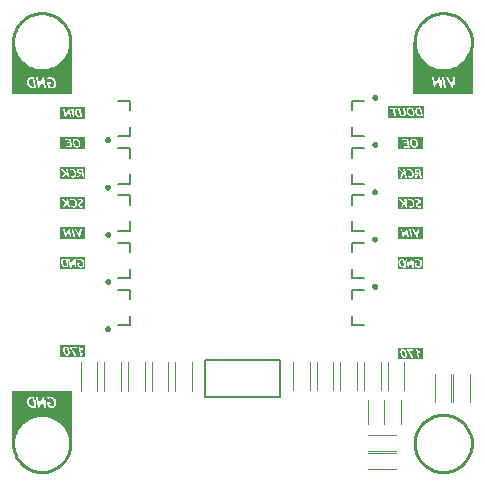
<source format=gbo>
%FSTAX44Y44*%
%MOIN*%
%SFA1B1*%

%IPPOS*%
%ADD10C,0.007874*%
%ADD12C,0.010000*%
%ADD14C,0.003937*%
%ADD54C,0.009843*%
%LNnixie_in12-1*%
%LPD*%
G36*
X0001248Y0001311D02*
X00012598Y00012874D01*
X00012716Y00012716*
X00012834Y00012598*
X0001307Y0001248*
X00013307Y0001244*
X00013543*
X0001374Y0001248*
X00013937Y00012598*
X00014173Y00012834*
X00014251Y00012992*
X0001433Y00013267*
Y00013385*
X0001439*
Y00012384*
X00014391*
Y00011651*
X00012384*
Y00012355*
X00012383Y0001236*
Y00012366*
Y00013381*
X00012422*
X00012423*
X00012426Y00013382*
X00012428Y00013383*
X00012431Y00013385*
X00012431Y00013385*
X0001248Y0001311*
G37*
G36*
X-00000905D02*
X-00000787Y00012874D01*
X-00000669Y00012716*
X-00000551Y00012598*
X-00000314Y0001248*
X-00000078Y0001244*
X00000157*
X00000354Y0001248*
X00000551Y00012598*
X00000787Y00012834*
X00000866Y00012992*
X00000944Y00013267*
Y00013385*
X00001003*
Y00012384*
X00001003*
Y00011651*
X-00001001*
Y00012355*
X-00001002Y0001236*
Y00012366*
Y00013381*
X-00000963*
X-00000962*
X-00000959Y00013382*
X-00000957Y00013383*
X-00000954Y00013385*
X-00000953Y00013385*
X-00000905Y0001311*
G37*
G36*
X00012757Y00010852D02*
X0001155D01*
Y00011242*
X00012757*
Y00010852*
G37*
G36*
X00001456Y00010814D02*
X00000618D01*
Y00011205*
X00001456*
Y00010814*
G37*
G36*
Y00008814D02*
X00000618D01*
Y00009205*
X00001456*
Y00008814*
G37*
G36*
Y00007814D02*
X00000618D01*
Y00008205*
X00001456*
Y00007814*
G37*
G36*
X00012703Y00007812D02*
X00011865D01*
Y00008202*
X00012703*
Y00007812*
G37*
G36*
X00001456Y00006814D02*
X00000618D01*
Y00007205*
X00001456*
Y00006814*
G37*
G36*
Y00005814D02*
X00000618D01*
Y00006205*
X00001456*
Y00005814*
G37*
G36*
X00012703Y00005812D02*
X00011865D01*
Y00006202*
X00012703*
Y00005812*
G37*
G36*
X00012701Y000028D02*
X00011863D01*
Y0000319*
X00012701*
Y000028*
G37*
G36*
X00001001Y00001734D02*
Y0000103D01*
X00001002Y00001025*
Y00001019*
Y00000003*
X00000963*
X00000962*
X00000959Y00000003*
X00000957Y00000002*
X00000954Y0*
X00000953Y0*
X00000905Y00000275*
X00000787Y00000511*
X00000669Y00000669*
X00000551Y00000787*
X00000314Y00000905*
X00000078Y00000944*
X-00000157*
X-00000354Y00000905*
X-00000551Y00000787*
X-00000787Y00000551*
X-00000866Y00000393*
X-00000944Y00000118*
Y0*
X-00001001*
Y00001001*
Y00001734*
X00001001*
G37*
G36*
X00012703Y00008812D02*
X00011865D01*
Y00009202*
X00012703*
Y00008812*
G37*
G36*
X0000146Y00002877D02*
X00000622D01*
Y00003268*
X0000146*
Y00002877*
G37*
G36*
X00012703Y00009812D02*
X00011865D01*
Y00010202*
X00012703*
Y00009812*
G37*
G36*
Y00006812D02*
X00011865D01*
Y00007202*
X00012703*
Y00006812*
G37*
G36*
X00001456Y00009814D02*
X00000618D01*
Y00010205*
X00001456*
Y00009814*
G37*
%LNnixie_in12-2*%
%LPC*%
G36*
X00013462Y00012201D02*
X00013405D01*
X00013462*
G37*
G36*
X00013403D02*
X00013338D01*
X00013405Y00011838*
X00013462*
X0001347*
X00013403Y00012201*
G37*
G36*
X00013332D02*
D01*
Y00011833*
X00013093*
X00013227Y00012068*
X00013268Y00011838*
X00013332*
X00013265Y00012201*
X00013235*
X00013104Y00011975*
X00013064Y00012201*
X00013214*
X00013*
X00013068Y00011833*
X00013*
X00013332*
Y00012201*
G37*
G36*
X00013774D02*
D01*
Y00011833*
X00013701*
X00013774Y00012201*
X00013705*
X00013662Y00011961*
X00013535Y00012201*
X00013462*
X00013666Y00011833*
X00013462*
X00013774*
Y00012201*
G37*
G36*
X00000087Y00012199D02*
X00000057D01*
X-00000073Y00011973*
X-00000113Y00012199*
X00000036*
X-00000177*
X-00000109Y00011831*
X-00000084*
X00000049Y00012065*
X0000009Y00011835*
X00000154*
X00000087Y00012199*
G37*
G36*
X0000049Y00012205D02*
X00000181D01*
X00000263*
X00000259Y00012205*
X00000255Y00012204*
X0000025Y00012204*
X00000243Y00012203*
X00000237Y00012202*
X00000224Y00012199*
X00000217Y00012197*
X0000021Y00012194*
X00000203Y00012192*
X00000197Y00012188*
X00000191Y00012185*
X00000185Y0001218*
X00000205Y00012127*
X00000205Y00012127*
X00000207Y00012127*
X00000209Y00012129*
X00000211Y0001213*
X00000214Y00012132*
X00000218Y00012133*
X00000223Y00012136*
X00000227Y00012138*
X00000233Y0001214*
X00000238Y00012142*
X00000251Y00012145*
X00000264Y00012148*
X00000271Y00012148*
X00000277Y00012149*
X00000281*
X00000284Y00012148*
X00000288Y00012148*
X00000294Y00012147*
X00000301Y00012146*
X00000307Y00012144*
X00000315Y00012142*
X00000324Y0001214*
X00000332Y00012137*
X00000341Y00012133*
X0000035Y00012128*
X00000359Y00012123*
X00000367Y00012116*
X00000375Y00012109*
X00000383Y000121*
X00000383Y000121*
X00000385Y00012098*
X00000387Y00012095*
X00000389Y00012092*
X00000392Y00012087*
X00000396Y00012081*
X00000399Y00012075*
X00000403Y00012068*
X00000407Y00012059*
X0000041Y0001205*
X00000413Y0001204*
X00000416Y00012029*
X00000419Y00012018*
X00000421Y00012006*
X00000422Y00011993*
X00000423Y0001198*
Y0001198*
Y00011978*
Y00011976*
X00000422Y00011973*
X00000422Y00011969*
X00000422Y00011964*
X00000421Y0001196*
X0000042Y00011955*
X00000416Y00011944*
X00000414Y00011938*
X00000412Y00011932*
X0000041Y00011926*
X00000406Y00011921*
X00000403Y00011915*
X00000398Y00011911*
X00000398Y0001191*
X00000397Y00011909*
X00000396Y00011908*
X00000394Y00011907*
X00000391Y00011905*
X00000388Y00011903*
X00000385Y00011901*
X00000381Y00011898*
X00000376Y00011896*
X00000371Y00011894*
X00000365Y00011892*
X00000359Y0001189*
X00000353Y00011888*
X00000346Y00011887*
X00000339Y00011886*
X00000331Y00011886*
X00000327*
X00000325Y00011886*
X00000322*
X00000318Y00011887*
X00000314Y00011887*
X0000031Y00011888*
X000003Y00011891*
X0000029Y00011894*
X00000279Y00011899*
X00000274Y00011902*
X00000269Y00011905*
X00000255Y00011977*
X00000305*
X00000296Y00012031*
X00000181*
X00000212Y00011868*
X00000212Y00011868*
X00000214Y00011866*
X00000217Y00011864*
X00000222Y00011862*
X00000227Y00011859*
X00000234Y00011856*
X00000241Y00011852*
X0000025Y00011849*
X00000259Y00011845*
X0000027Y00011842*
X00000281Y00011838*
X00000293Y00011835*
X00000306Y00011833*
X0000032Y00011831*
X00000334Y0001183*
X00000349Y00011829*
X00000181*
X0000049*
Y00011975*
X00000489Y00011978*
Y00011981*
X00000489Y00011985*
Y00011989*
X00000488Y00011998*
X00000486Y00012008*
X00000485Y0001202*
X00000482Y00012033*
X00000479Y00012046*
X00000475Y0001206*
X0000047Y00012074*
X00000464Y00012088*
X00000458Y00012102*
X0000045Y00012116*
X0000044Y00012129*
X0000043Y00012142*
X00000429Y00012142*
X00000427Y00012144*
X00000424Y00012148*
X00000419Y00012151*
X00000413Y00012157*
X00000406Y00012162*
X00000398Y00012168*
X00000388Y00012174*
X00000376Y00012179*
X00000364Y00012185*
X00000351Y0001219*
X00000337Y00012196*
X00000321Y000122*
X00000305Y00012202*
X00000287Y00012204*
X00000268Y00012205*
X0000049*
G37*
G36*
X-00000313Y00012205D02*
X-00000487D01*
Y00012052*
X-00000487Y0001205*
Y00012047*
X-00000487Y00012044*
Y0001204*
X-00000486Y00012031*
X-00000484Y00012022*
X-00000482Y00012011*
X-0000048Y00011999*
X-00000477Y00011986*
X-00000472Y00011973*
X-00000468Y0001196*
X-00000462Y00011946*
X-00000455Y00011933*
X-00000447Y0001192*
X-00000438Y00011907*
X-00000427Y00011895*
X-00000426Y00011894*
X-00000424Y00011893*
X-00000421Y0001189*
X-00000416Y00011886*
X-0000041Y00011881*
X-00000403Y00011876*
X-00000394Y00011871*
X-00000385Y00011865*
X-00000373Y0001186*
X-00000361Y00011854*
X-00000348Y0001185*
X-00000334Y00011845*
X-00000319Y00011841*
X-00000302Y00011838*
X-00000285Y00011836*
X-00000267Y00011835*
X-00000179*
X-00000245Y00012198*
X-00000246*
X-00000247Y00012199*
X-00000249Y00012199*
X-00000251Y000122*
X-00000255Y000122*
X-00000259Y000122*
X-00000262Y00012201*
X-00000268Y00012201*
X-00000278Y00012203*
X-00000289Y00012204*
X-00000301Y00012204*
X-00000313Y00012205*
G37*
%LNnixie_in12-3*%
%LPD*%
G36*
X0000049Y00011829D02*
X00000352D01*
X00000355Y0001183*
X00000359Y0001183*
X00000364Y00011831*
X00000371Y00011831*
X00000378Y00011833*
X00000385Y00011834*
X00000393Y00011836*
X00000401Y00011839*
X0000041Y00011842*
X00000418Y00011846*
X00000427Y00011851*
X00000435Y00011856*
X00000443Y00011862*
X00000451Y00011869*
X00000451Y0001187*
X00000452Y00011871*
X00000454Y00011873*
X00000457Y00011876*
X0000046Y0001188*
X00000463Y00011885*
X00000466Y0001189*
X0000047Y00011897*
X00000474Y00011904*
X00000477Y00011912*
X00000481Y0001192*
X00000483Y00011929*
X00000486Y00011938*
X00000488Y00011949*
X00000489Y0001196*
X0000049Y00011971*
Y00011829*
G37*
G36*
X-00000321Y00012204D02*
X-00000327D01*
X-00000334Y00012203*
X-00000342Y00012203*
X-00000351Y00012201*
X-00000361Y000122*
X-00000371Y00012198*
X-00000381Y00012196*
X-00000392Y00012192*
X-00000402Y00012189*
X-00000413Y00012184*
X-00000423Y00012179*
X-00000433Y00012173*
X-00000442Y00012167*
X-00000442Y00012166*
X-00000444Y00012165*
X-00000446Y00012162*
X-00000449Y0001216*
X-00000452Y00012156*
X-00000456Y00012151*
X-0000046Y00012145*
X-00000465Y00012139*
X-00000469Y00012131*
X-00000473Y00012123*
X-00000477Y00012114*
X-0000048Y00012104*
X-00000483Y00012094*
X-00000485Y00012082*
X-00000487Y0001207*
X-00000487Y00012057*
Y00012205*
X-00000317*
X-00000321Y00012204*
G37*
G36*
X-00000316Y00012148D02*
X-00000312Y00012148D01*
X-00000309Y00012148*
X-000003Y00012146*
X-00000255Y00011893*
X-00000257*
X-00000259Y00011893*
X-00000261*
X-00000268Y00011892*
X-00000277*
X-00000281Y00011893*
X-00000286Y00011893*
X-00000291Y00011894*
X-00000298Y00011895*
X-00000305Y00011896*
X-00000312Y00011898*
X-00000321Y00011901*
X-00000329Y00011904*
X-00000338Y00011907*
X-00000347Y00011912*
X-00000356Y00011917*
X-00000364Y00011924*
X-00000372Y00011931*
X-0000038Y00011939*
X-00000381Y0001194*
X-00000382Y00011941*
X-00000384Y00011944*
X-00000387Y00011948*
X-00000389Y00011952*
X-00000392Y00011958*
X-00000396Y00011964*
X-000004Y00011972*
X-00000403Y0001198*
X-00000407Y00011989*
X-00000411Y00011999*
X-00000413Y0001201*
X-00000416Y00012021*
X-00000418Y00012033*
X-00000419Y00012046*
X-0000042Y0001206*
Y0001206*
Y00012061*
Y00012063*
X-00000419Y00012066*
X-00000419Y0001207*
X-00000418Y00012074*
X-00000418Y00012078*
X-00000416Y00012083*
X-00000413Y00012093*
X-00000411Y00012098*
X-00000408Y00012104*
X-00000405Y00012109*
X-00000401Y00012114*
X-00000398Y0001212*
X-00000392Y00012124*
X-00000392Y00012124*
X-00000391Y00012125*
X-0000039Y00012127*
X-00000388Y00012128*
X-00000385Y0001213*
X-00000382Y00012132*
X-00000378Y00012134*
X-00000374Y00012137*
X-00000369Y00012139*
X-00000364Y00012141*
X-00000358Y00012143*
X-00000352Y00012145*
X-00000346Y00012146*
X-00000339Y00012148*
X-00000331Y00012148*
X-00000324Y00012149*
X-00000319*
X-00000316Y00012148*
G37*
%LNnixie_in12-4*%
%LPC*%
G36*
X00012698Y00011197D02*
X00012451D01*
X00012587*
X00012584*
X00012579*
X00012574Y00011196*
X00012567Y00011195*
X0001256Y00011194*
X00012552Y00011193*
X00012544Y00011191*
X00012536Y00011189*
X00012527Y00011187*
X00012519Y00011184*
X0001251Y00011181*
X00012502Y00011177*
X00012494Y00011172*
X00012487Y00011166*
X00012487Y00011166*
X00012486Y00011165*
X00012484Y00011163*
X00012482Y00011161*
X00012479Y00011157*
X00012476Y00011153*
X00012472Y0001115*
X00012469Y00011144*
X00012466Y00011138*
X00012462Y00011132*
X00012459Y00011124*
X00012457Y00011116*
X00012454Y00011108*
X00012453Y00011099*
X00012451Y00011089*
X00012451Y00011079*
Y00011075*
X00012451Y00011073*
Y00011071*
X00012451Y00011068*
Y00011065*
X00012452Y00011058*
X00012453Y0001105*
X00012455Y00011042*
X00012457Y00011032*
X00012459Y00011022*
X00012462Y00011011*
X00012466Y00011001*
X00012471Y0001099*
X00012477Y00010979*
X00012483Y00010969*
X0001249Y00010959*
X00012499Y00010949*
X000125Y00010949*
X00012501Y00010947*
X00012504Y00010945*
X00012508Y00010942*
X00012513Y00010938*
X00012518Y00010934*
X00012525Y0001093*
X00012533Y00010925*
X00012542Y00010921*
X00012551Y00010916*
X00012562Y00010912*
X00012574Y00010909*
X00012586Y00010906*
X00012599Y00010903*
X00012612Y00010902*
X00012627Y00010901*
X00012698*
X00012644Y00011192*
X00012644*
X00012643Y00011192*
X00012641Y00011192*
X00012639Y00011193*
X00012637*
X00012634Y00011193*
X00012631Y00011194*
X00012627Y00011194*
X00012618Y00011195*
X00012609Y00011196*
X000126Y00011197*
X0001259*
X00012698*
G37*
G36*
X00011846Y00011192D02*
X00011609D01*
X00011618Y00011147*
X0001171*
X00011755Y00010901*
X00011609*
X00011855*
X00011807*
X00011762Y00011147*
X00011855*
X00011846Y00011192*
G37*
G36*
X00012429Y00011197D02*
X00012168D01*
X00012274*
X00012272Y00011197*
X00012268*
X00012264Y00011196*
X00012259Y00011196*
X00012253Y00011195*
X00012247Y00011194*
X0001224Y00011192*
X00012234Y0001119*
X00012227Y00011188*
X00012221Y00011185*
X00012214Y00011182*
X00012207Y00011179*
X00012201Y00011174*
X00012196Y00011169*
X00012196*
X00012195Y00011168*
X00012193Y00011166*
X00012192Y00011164*
X00012189Y00011161*
X00012187Y00011158*
X00012185Y00011153*
X00012182Y00011149*
X00012179Y00011144*
X00012177Y00011138*
X00012174Y00011131*
X00012172Y00011124*
X0001217Y00011116*
X00012169Y00011108*
X00012168Y00011099*
X00012168Y00011089*
Y00011083*
X00012168Y00011081*
Y00011078*
X00012168Y00011075*
X00012169Y00011072*
X00012169Y00011068*
X0001217Y00011059*
X00012172Y0001105*
X00012174Y0001104*
X00012175Y00011029*
X00012178Y00011018*
X00012182Y00011006*
X00012186Y00010994*
X00012191Y00010983*
X00012197Y00010971*
X00012204Y00010961*
X00012211Y0001095*
X00012212Y00010949*
X00012213Y00010948*
X00012216Y00010945*
X00012219Y00010942*
X00012224Y00010937*
X00012229Y00010933*
X00012235Y00010928*
X00012242Y00010924*
X0001225Y00010918*
X00012259Y00010914*
X00012269Y00010909*
X00012279Y00010905*
X00012291Y00010901*
X00012303Y00010899*
X00012316Y00010897*
X0001233Y00010896*
X00012332*
X00012335Y00010897*
X00012337Y00010897*
X00012341Y00010898*
X00012346Y00010898*
X00012351Y00010899*
X00012356Y000109*
X00012362Y00010902*
X00012368Y00010904*
X00012374Y00010907*
X0001238Y0001091*
X00012386Y00010913*
X00012392Y00010917*
X00012398Y00010922*
X00012403Y00010927*
X00012403*
X00012403Y00010929*
X00012405Y00010931*
X00012407Y00010933*
X00012409Y00010936*
X00012411Y0001094*
X00012413Y00010944*
X00012416Y00010949*
X00012418Y00010955*
X00012421Y00010961*
X00012423Y00010968*
X00012425Y00010975*
X00012427Y00010983*
X00012428Y00010991*
X00012429Y00011*
Y00011009*
Y00011013*
Y00011014*
Y00011017*
Y0001102*
X00012429Y00011022*
X00012428Y00011029*
X00012427Y00011037*
X00012425Y00011046*
X00012424Y00011055*
X00012422Y00011065*
X00012419Y00011076*
X00012415Y00011087*
X00012411Y00011098*
X00012407Y00011109*
X00012401Y0001112*
X00012394Y00011132*
X00012387Y00011142*
X00012386Y00011143*
X00012385Y00011144*
X00012383Y00011148*
X00012379Y00011151*
X00012375Y00011155*
X0001237Y00011159*
X00012364Y00011164*
X00012357Y0001117*
X0001235Y00011175*
X00012341Y0001118*
X00012333Y00011185*
X00012323Y00011189*
X00012312Y00011192*
X00012301Y00011195*
X00012289Y00011197*
X00012277Y00011197*
X00012429*
G37*
G36*
X00012139Y00011192D02*
X00011885D01*
X00011922Y00010991*
Y0001099*
X00011922Y00010989*
X00011922Y00010987*
X00011924Y00010983*
X00011924Y0001098*
X00011926Y00010975*
X00011928Y00010971*
X0001193Y00010965*
X00011933Y0001096*
X00011936Y00010954*
X00011939Y00010948*
X00011943Y00010942*
X00011947Y00010937*
X00011952Y00010931*
X00011957Y00010926*
X00011963Y00010921*
X00011964Y00010921*
X00011965Y0001092*
X00011967Y00010919*
X00011969Y00010917*
X00011973Y00010916*
X00011977Y00010913*
X00011981Y00010911*
X00011987Y00010909*
X00011992Y00010907*
X00011998Y00010904*
X00012005Y00010902*
X00012012Y000109*
X0001202Y00010899*
X00012028Y00010898*
X00012037Y00010897*
X00012046Y00010896*
X0001205*
X00012053Y00010897*
X00012056Y00010897*
X00012061Y00010898*
X00012065Y00010898*
X0001207Y00010899*
X00012081Y00010901*
X00012086Y00010903*
X00012092Y00010905*
X00012097Y00010907*
X00012103Y0001091*
X00012108Y00010912*
X00012113Y00010916*
X00012113Y00010916*
X00012114Y00010917*
X00012115Y00010918*
X00012117Y0001092*
X00012119Y00010922*
X00012121Y00010924*
X00012124Y00010927*
X00012126Y0001093*
X00012128Y00010934*
X00012131Y00010938*
X00012133Y00010943*
X00012135Y00010947*
X00012137Y00010953*
X00012138Y00010958*
X00012138Y00010964*
X00012139Y00010971*
Y00010975*
X00012138Y00010977*
Y00010981*
X00012138Y00010985*
X00012138Y00010988*
X00012137Y00010993*
X000121Y00011192*
X00012139*
G37*
%LNnixie_in12-5*%
%LPD*%
G36*
X00012588Y00011151D02*
X0001259D01*
X00012594Y00011151*
X00012601Y0001115*
X00012637Y00010948*
X00012635*
X00012633Y00010947*
X00012631*
X00012626*
X00012619*
X00012616*
X00012612Y00010948*
X00012608Y00010948*
X00012603Y00010949*
X00012597Y0001095*
X0001259Y00010951*
X00012584Y00010953*
X00012577Y00010956*
X0001257Y00010959*
X00012563Y00010963*
X00012556Y00010967*
X00012549Y00010972*
X00012543Y00010978*
X00012537Y00010985*
X00012536*
X00012535Y00010986*
X00012533Y00010988*
X00012531Y00010991*
X00012529Y00010995*
X00012527Y00011*
X00012524Y00011004*
X00012521Y00011011*
X00012518Y00011017*
X00012515Y00011024*
X00012512Y00011032*
X0001251Y00011041*
X00012508Y0001105*
X00012506Y0001106*
X00012505Y0001107*
X00012505Y00011081*
Y00011082*
Y00011084*
X00012505Y00011086*
Y00011089*
X00012506Y00011092*
X00012507Y00011096*
X00012507Y00011099*
X0001251Y00011107*
X00012512Y00011112*
X00012514Y00011116*
X00012516Y0001112*
X00012519Y00011124*
X00012523Y00011129*
X00012527Y00011132*
X00012527Y00011133*
X00012527Y00011133*
X00012529Y00011134*
X00012531Y00011135*
X00012533Y00011137*
X00012535Y00011138*
X00012538Y0001114*
X00012542Y00011142*
X00012545Y00011144*
X0001255Y00011146*
X00012554Y00011148*
X00012559Y00011149*
X00012564Y0001115*
X0001257Y00011151*
X00012575Y00011151*
X00012582Y00011152*
X00012585*
X00012588Y00011151*
G37*
G36*
X00012284Y00011152D02*
X00012287Y00011151D01*
X00012291Y00011151*
X00012295Y0001115*
X00012299Y00011149*
X00012304Y00011147*
X00012309Y00011144*
X00012315Y00011142*
X00012321Y00011138*
X00012327Y00011134*
X00012333Y00011129*
X00012338Y00011123*
X00012344Y00011116*
X00012349Y00011108*
X00012349*
X0001235Y00011106*
X00012351Y00011104*
X00012353Y00011101*
X00012355Y00011097*
X00012357Y00011092*
X0001236Y00011087*
X00012362Y00011081*
X00012365Y00011074*
X00012367Y00011066*
X0001237Y00011059*
X00012372Y00011051*
X00012373Y00011042*
X00012374Y00011033*
X00012375Y00011024*
X00012376Y00011015*
Y00011014*
Y00011014*
Y00011012*
X00012375Y00011009*
Y00011007*
X00012375Y00011003*
X00012375Y00011*
X00012374Y00010996*
X00012372Y00010987*
X0001237Y00010978*
X00012367Y0001097*
X00012362Y00010961*
X00012362Y00010961*
Y00010961*
X00012361Y00010959*
X0001236Y00010959*
X00012357Y00010955*
X00012353Y00010951*
X00012347Y00010948*
X0001234Y00010945*
X00012337Y00010944*
X00012333Y00010943*
X00012328Y00010942*
X00012324Y00010942*
X00012322*
X00012319Y00010942*
X00012316Y00010942*
X00012312Y00010943*
X00012307Y00010944*
X00012302Y00010945*
X00012296Y00010947*
X00012291Y00010949*
X00012285Y00010952*
X00012278Y00010955*
X00012272Y00010959*
X00012266Y00010964*
X0001226Y0001097*
X00012254Y00010977*
X00012249Y00010984*
X00012248Y00010985*
X00012248Y00010986*
X00012246Y00010988*
X00012244Y00010992*
X00012242Y00010996*
X0001224Y00011*
X00012238Y00011006*
X00012235Y00011012*
X00012232Y0001102*
X0001223Y00011027*
X00012227Y00011036*
X00012225Y00011045*
X00012224Y00011054*
X00012222Y00011064*
X00012222Y00011075*
X00012221Y00011085*
Y00011086*
Y00011086*
Y00011087*
Y00011088*
X00012222Y00011092*
X00012222Y00011096*
X00012223Y00011101*
X00012224Y00011107*
X00012226Y00011112*
X00012229Y00011119*
X00012232Y00011125*
X00012236Y00011131*
X0001224Y00011137*
X00012246Y00011142*
X00012253Y00011146*
X00012261Y0001115*
X00012265Y00011151*
X0001227Y00011151*
X00012275Y00011152*
X0001228Y00011152*
X00012282*
X00012284Y00011152*
G37*
G36*
X00012084Y00010994D02*
Y00010994D01*
Y00010993*
X00012085Y00010992*
Y0001099*
X00012085Y00010987*
Y00010983*
Y00010982*
Y00010981*
Y00010979*
X00012085Y00010976*
X00012083Y00010972*
X00012082Y00010967*
X0001208Y00010961*
X00012077Y00010957*
X00012073Y00010952*
X00012072Y00010952*
X00012071Y00010951*
X00012068Y00010949*
X00012064Y00010947*
X00012059Y00010945*
X00012054Y00010943*
X00012048Y00010942*
X0001204Y00010942*
X00012038*
X00012036Y00010942*
X00012033*
X00012031Y00010942*
X00012024Y00010944*
X00012018Y00010945*
X0001201Y00010948*
X00012002Y00010951*
X00011999Y00010953*
X00011996Y00010956*
X00011995Y00010957*
X00011995Y00010957*
X00011994Y00010958*
X00011992Y00010959*
X0001199Y00010962*
X00011986Y00010967*
X00011983Y00010973*
X00011979Y00010979*
X00011975Y00010988*
X00011973Y00010997*
X00011937Y00011192*
X00012048*
X00012084Y00010994*
G37*
%LNnixie_in12-6*%
%LPC*%
G36*
X00000984Y00011155D02*
D01*
Y00010864*
Y00011155*
G37*
G36*
X00001356Y00011159D02*
X00001109D01*
X00001245*
X00001242Y00011159*
X00001237*
X00001232Y00011158*
X00001225Y00011158*
X00001218Y00011157*
X00001211Y00011155*
X00001202Y00011154*
X00001194Y00011152*
X00001186Y0001115*
X00001177Y00011146*
X00001169Y00011143*
X00001161Y00011139*
X00001153Y00011134*
X00001146Y00011129*
X00001145Y00011128*
X00001144Y00011127*
X00001142Y00011125*
X0000114Y00011123*
X00001137Y0001112*
X00001134Y00011116*
X00001131Y00011112*
X00001127Y00011107*
X00001124Y00011101*
X00001121Y00011094*
X00001118Y00011087*
X00001115Y00011079*
X00001112Y0001107*
X00001111Y00011061*
X0000111Y00011051*
X00001109Y00011041*
Y00011037*
X0000111Y00011035*
Y00011033*
Y0001103*
Y00011027*
X00001111Y0001102*
X00001112Y00011012*
X00001113Y00011004*
X00001115Y00010994*
X00001118Y00010984*
X00001121Y00010974*
X00001125Y00010963*
X00001129Y00010952*
X00001135Y00010942*
X00001141Y00010931*
X00001149Y00010921*
X00001157Y00010912*
X00001158Y00010911*
X0000116Y0001091*
X00001162Y00010907*
X00001166Y00010904*
X00001171Y000109*
X00001177Y00010896*
X00001184Y00010892*
X00001192Y00010888*
X000012Y00010883*
X0000121Y00010879*
X0000122Y00010875*
X00001232Y00010871*
X00001244Y00010868*
X00001257Y00010866*
X00001271Y00010864*
X00001286Y00010864*
X00001356*
X00001303Y00011154*
X00001302*
X00001301Y00011154*
X000013Y00011155*
X00001298Y00011155*
X00001295Y00011155*
X00001292Y00011156*
X00001289Y00011156*
X00001285Y00011157*
X00001277Y00011158*
X00001268Y00011159*
X00001258Y00011159*
X00001248Y00011159*
X00001356*
G37*
G36*
X00001094Y00011155D02*
D01*
Y00010864*
X00001041Y00011155*
X00001094*
X00000988*
X00001042Y00010864*
X00001094*
Y00011155*
G37*
G36*
X00000984D02*
X00000718D01*
X00000773Y0001086*
X00000793*
X000009Y00011048*
X00000933Y00010864*
X00000984*
X00000931Y00011155*
X00000984*
G37*
%LNnixie_in12-7*%
%LPD*%
G36*
X00001246Y00011114D02*
X00001249Y00011114D01*
X00001252Y00011113*
X00001259Y00011112*
X00001295Y0001091*
X00001294*
X00001292Y0001091*
X0000129*
X00001285Y00010909*
X00001277*
X00001274Y0001091*
X00001271Y0001091*
X00001266Y00010911*
X00001261Y00010911*
X00001255Y00010912*
X00001249Y00010914*
X00001242Y00010916*
X00001235Y00010918*
X00001228Y00010922*
X00001222Y00010925*
X00001214Y00010929*
X00001208Y00010934*
X00001201Y0001094*
X00001195Y00010947*
X00001194Y00010947*
X00001194Y00010948*
X00001192Y00010951*
X0000119Y00010953*
X00001188Y00010957*
X00001185Y00010962*
X00001182Y00010967*
X00001179Y00010973*
X00001176Y00010979*
X00001173Y00010987*
X0000117Y00010995*
X00001168Y00011003*
X00001166Y00011012*
X00001165Y00011022*
X00001164Y00011032*
X00001163Y00011043*
Y00011044*
Y00011044*
Y00011046*
X00001164Y00011048*
X00001164Y00011051*
X00001164Y00011054*
X00001165Y00011058*
X00001166Y00011062*
X00001169Y0001107*
X0000117Y00011074*
X00001173Y00011079*
X00001175Y00011083*
X00001178Y00011087*
X00001181Y00011091*
X00001185Y00011095*
X00001185Y00011095*
X00001186Y00011096*
X00001187Y00011097*
X00001189Y00011098*
X00001191Y00011099*
X00001194Y00011101*
X00001196Y00011103*
X000012Y00011105*
X00001204Y00011107*
X00001208Y00011108*
X00001212Y0001111*
X00001218Y00011111*
X00001223Y00011112*
X00001228Y00011113*
X00001234Y00011114*
X0000124Y00011114*
X00001244*
X00001246Y00011114*
G37*
G36*
X00000801Y00010974D02*
X0000077Y00011155D01*
X00000907*
X00000801Y00010974*
G37*
%LNnixie_in12-8*%
%LPC*%
G36*
X00001301Y00009158D02*
X00001288D01*
X00001285*
X00001281Y00009157*
X00001277Y00009157*
X00001272Y00009156*
X00001266Y00009156*
X00001254Y00009153*
X00001242Y0000915*
X00001236Y00009148*
X0000123Y00009146*
X00001224Y00009143*
X00001219Y0000914*
X00001218Y00009139*
X00001217Y00009138*
X00001216Y00009138*
X00001214Y00009136*
X00001212Y00009134*
X0000121Y00009132*
X00001207Y00009129*
X00001205Y00009126*
X00001202Y00009123*
X000012Y00009119*
X00001197Y00009114*
X00001195Y0000911*
X00001194Y00009105*
X00001192Y00009099*
X00001191Y00009093*
Y00009087*
Y00009158*
Y00008864*
Y00009084*
Y00009081*
X00001192Y00009078*
X00001192Y00009075*
X00001193Y00009071*
X00001194Y00009066*
X00001196Y00009057*
X00001198Y00009052*
X000012Y00009047*
X00001202Y00009042*
X00001205Y00009037*
X00001207Y00009031*
X00001211Y00009026*
X00001211*
X00001212Y00009025*
X00001213Y00009024*
X00001215Y00009022*
X00001217Y0000902*
X00001219Y00009018*
X00001222Y00009015*
X00001225Y00009012*
X00001229Y0000901*
X00001233Y00009007*
X00001237Y00009004*
X00001242Y00009001*
X00001247Y00008999*
X00001252Y00008997*
X00001258Y00008995*
X00001264Y00008993*
X00001199Y00008864*
X00001191*
X00001422*
X00001369Y00009155*
X00001366*
X00001363Y00009155*
X0000136*
X00001355Y00009156*
X0000135*
X00001344Y00009156*
X00001338Y00009157*
X00001325Y00009157*
X00001319Y00009157*
X00001312Y00009158*
X00001307*
X00001301*
G37*
G36*
X00001156Y0000916D02*
X00000933D01*
X00000992*
X0000099*
X00000987*
X00000983Y00009159*
X00000979Y00009159*
X00000975Y00009159*
X00000965Y00009157*
X00000954Y00009155*
X00000944Y00009152*
X00000933Y00009148*
X00000948Y00009099*
X00000948*
X00000949Y00009099*
X0000095Y000091*
X00000951Y00009101*
X00000954Y00009103*
X00000956Y00009104*
X00000959Y00009105*
X00000962Y00009107*
X0000097Y0000911*
X00000979Y00009112*
X00000988Y00009114*
X00000993*
X00000998Y00009115*
X00001*
X00001002Y00009114*
X00001005*
X00001009Y00009114*
X00001014Y00009112*
X00001018Y00009111*
X00001024Y0000911*
X0000103Y00009107*
X00001036Y00009105*
X00001042Y00009101*
X00001048Y00009097*
X00001055Y00009092*
X00001061Y00009087*
X00001067Y0000908*
X00001073Y00009072*
X00001073Y00009072*
X00001074Y0000907*
X00001075Y00009068*
X00001077Y00009065*
X00001079Y00009061*
X00001082Y00009056*
X00001085Y00009051*
X00001088Y00009044*
X00001091Y00009038*
X00001093Y00009031*
X00001096Y00009023*
X00001098Y00009014*
X000011Y00009006*
X00001101Y00008997*
X00001103Y00008987*
Y00008978*
Y00008977*
Y00008977*
Y00008975*
Y00008972*
X00001102Y0000897*
X00001102Y00008966*
X00001101Y00008962*
X00001101Y00008959*
X00001099Y0000895*
X00001096Y00008941*
X00001094Y00008937*
X00001092Y00008933*
X00001089Y00008928*
X00001087Y00008924*
X00001086Y00008924*
X00001086Y00008924*
X00001085Y00008922*
X00001083Y00008922*
X00001082Y0000892*
X00001079Y00008918*
X00001077Y00008916*
X00001075Y00008914*
X00001071Y00008912*
X00001068Y00008911*
X00001064Y00008909*
X0000106Y00008908*
X00001056Y00008906*
X00001051Y00008905*
X00001046Y00008905*
X00001041Y00008904*
X00001039*
X00001037Y00008905*
X00001033*
X00001029Y00008905*
X00001025Y00008906*
X0000102Y00008906*
X00001014Y00008908*
X00001009Y00008909*
X00001003Y00008911*
X00000997Y00008912*
X00000991Y00008915*
X00000985Y00008918*
X00000979Y00008921*
X00000974Y00008925*
X00000969Y00008929*
X0000097Y00008884*
X00000971Y00008883*
X00000972Y00008883*
X00000973Y00008881*
X00000975Y0000888*
X00000979Y00008878*
X00000982Y00008876*
X00000986Y00008874*
X00000991Y00008872*
X00000996Y00008869*
X00001003Y00008867*
X00001009Y00008865*
X00001016Y00008863*
X00001024Y00008861*
X00001033Y0000886*
X00001042Y00008859*
X00001051Y00008859*
X00001053*
X00001056Y00008859*
X00001059Y0000886*
X00001063Y0000886*
X00001068Y00008861*
X00001073Y00008862*
X00001079Y00008863*
X00001085Y00008865*
X00001091Y00008867*
X00001097Y00008869*
X00001103Y00008872*
X0000111Y00008875*
X00001116Y0000888*
X00001122Y00008885*
X00001127Y0000889*
X00001128Y0000889*
X00001129Y00008891*
X0000113Y00008893*
X00001132Y00008896*
X00001134Y00008899*
X00001137Y00008902*
X00001139Y00008907*
X00001142Y00008912*
X00001144Y00008917*
X00001147Y00008924*
X0000115Y0000893*
X00001152Y00008937*
X00001154Y00008945*
X00001155Y00008953*
X00001156Y00008961*
X00001156Y00008971*
Y00008974*
X00001156Y00008976*
Y00008979*
Y00008981*
Y00008984*
X00001155Y00008991*
X00001154Y00008999*
X00001153Y00009008*
X00001151Y00009018*
X00001148Y00009028*
X00001146Y00009039*
X00001142Y0000905*
X00001138Y00009062*
X00001133Y00009073*
X00001127Y00009084*
X0000112Y00009095*
X00001112Y00009105*
X00001111Y00009106*
X0000111Y00009108*
X00001107Y00009111*
X00001104Y00009114*
X000011Y00009118*
X00001094Y00009123*
X00001088Y00009128*
X00001081Y00009133*
X00001073Y00009138*
X00001064Y00009143*
X00001054Y00009148*
X00001044Y00009151*
X00001033Y00009155*
X00001021Y00009158*
X00001009Y00009159*
X00000996Y0000916*
X00001156*
G37*
G36*
X00000916Y00009155D02*
X00000653D01*
X00000768Y00009027*
X00000695Y00008864*
X00000753*
X00000808Y00008988*
X00000849Y00008943*
X00000864Y00008864*
X00000916*
X00000862Y00009155*
X00000916*
G37*
%LNnixie_in12-9*%
%LPD*%
G36*
X00001309Y00009112D02*
X00001311D01*
X00001314Y00009111*
X00001318Y00009111*
X00001324Y00009111*
X00001338Y00009029*
X00001338*
X00001337Y00009029*
X00001335*
X00001332Y00009028*
X00001329*
X00001325*
X00001318Y00009028*
X00001315*
X00001313Y00009028*
X00001311*
X00001306*
X00001301Y00009029*
X00001294Y0000903*
X00001287Y00009032*
X0000128Y00009034*
X00001274Y00009036*
X00001266Y00009039*
X0000126Y00009043*
X00001254Y00009048*
X0000125Y00009053*
X00001248Y00009056*
X00001246Y0000906*
X00001244Y00009063*
X00001244Y00009067*
X00001243Y00009071*
X00001242Y00009075*
Y00009075*
Y00009076*
Y00009077*
X00001243Y00009078*
X00001243Y00009082*
X00001244Y00009086*
X00001246Y00009091*
X00001249Y00009095*
X00001252Y000091*
X00001254Y00009102*
X00001257Y00009103*
X00001258Y00009104*
X00001259Y00009104*
X0000126Y00009105*
X00001261Y00009105*
X00001263Y00009106*
X00001266Y00009107*
X00001268Y00009108*
X00001272Y00009109*
X00001275Y00009109*
X00001279Y0000911*
X00001283Y00009111*
X00001288Y00009111*
X00001293Y00009112*
X00001299Y00009112*
X00001307*
X00001309Y00009112*
G37*
G36*
X00001369Y00008864D02*
X00001258D01*
X00001313Y00008985*
X00001319*
X00001323Y00008985*
X00001327*
X00001333*
X00001339Y00008985*
X00001346Y00008986*
X00001369Y00008864*
G37*
G36*
X00000835Y00009023D02*
X00000714Y00009155D01*
X00000811*
X00000835Y00009023*
G37*
%LNnixie_in12-10*%
%LPC*%
G36*
X0000094Y00008155D02*
X00000835D01*
X00000859Y00008023*
X00000737Y00008155*
X00000779*
X00000676*
X00000792Y00008027*
X00000719Y00007864*
X00000676*
X00000859*
X00000777*
X00000832Y00007988*
X00000873Y00007943*
X00000888Y00007864*
X0000094*
X00000887Y00008155*
X0000094*
G37*
G36*
X0000118Y0000816D02*
X00001016D01*
X00001014*
X00001011*
X00001007Y00008159*
X00001003Y00008159*
X00000999Y00008159*
X00000989Y00008157*
X00000978Y00008155*
X00000967Y00008152*
X00000957Y00008148*
X00000972Y00008099*
X00000972*
X00000973Y00008099*
X00000974Y000081*
X00000975Y00008101*
X00000978Y00008103*
X0000098Y00008104*
X00000983Y00008105*
X00000987Y00008107*
X00000994Y0000811*
X00001003Y00008112*
X00001012Y00008114*
X00001016*
X00001022Y00008115*
X00001024*
X00001026Y00008114*
X00001029*
X00001033Y00008114*
X00001038Y00008112*
X00001042Y00008111*
X00001048Y0000811*
X00001053Y00008107*
X00001059Y00008105*
X00001066Y00008101*
X00001072Y00008097*
X00001079Y00008092*
X00001085Y00008087*
X00001091Y0000808*
X00001097Y00008072*
Y00008072*
X00001098Y0000807*
X00001099Y00008068*
X00001101Y00008065*
X00001103Y00008061*
X00001106Y00008056*
X00001109Y00008051*
X00001112Y00008044*
X00001114Y00008038*
X00001117Y00008031*
X0000112Y00008023*
X00001122Y00008014*
X00001124Y00008006*
X00001125Y00007997*
X00001126Y00007987*
X00001127Y00007978*
Y00007977*
Y00007977*
Y00007975*
X00001126Y00007972*
Y0000797*
X00001126Y00007966*
X00001125Y00007962*
X00001125Y00007959*
X00001123Y0000795*
X0000112Y00007941*
X00001118Y00007937*
X00001116Y00007933*
X00001113Y00007928*
X00001111Y00007924*
X0000111Y00007924*
X0000111Y00007924*
X00001109Y00007922*
X00001107Y00007922*
X00001106Y0000792*
X00001103Y00007918*
X00001101Y00007916*
X00001099Y00007914*
X00001095Y00007912*
X00001092Y00007911*
X00001088Y00007909*
X00001084Y00007908*
X0000108Y00007906*
X00001075Y00007905*
X0000107Y00007905*
X00001065Y00007904*
X00001063*
X00001061Y00007905*
X00001057*
X00001053Y00007905*
X00001049Y00007906*
X00001044Y00007906*
X00001038Y00007908*
X00001033Y00007909*
X00001027Y00007911*
X00001021Y00007912*
X00001015Y00007915*
X00001009Y00007918*
X00001003Y00007921*
X00000998Y00007925*
X00000993Y00007929*
X00000994Y00007884*
X00000995Y00007883*
X00000996Y00007883*
X00000997Y00007881*
X00001Y0000788*
X00001003Y00007878*
X00001006Y00007876*
X0000101Y00007874*
X00001015Y00007872*
X0000102Y00007869*
X00001026Y00007867*
X00001033Y00007865*
X0000104Y00007863*
X00001048Y00007861*
X00001057Y0000786*
X00001065Y00007859*
X00001075Y00007859*
X00000957*
X00001077*
X0000108Y00007859*
X00001083Y0000786*
X00001087Y0000786*
X00001092Y00007861*
X00001097Y00007862*
X00001103Y00007863*
X00001109Y00007865*
X00001114Y00007867*
X00001121Y00007869*
X00001127Y00007872*
X00001134Y00007875*
X0000114Y0000788*
X00001146Y00007885*
X00001151Y0000789*
X00001152Y0000789*
X00001153Y00007891*
X00001154Y00007893*
X00001156Y00007896*
X00001158Y00007899*
X00001161Y00007902*
X00001163Y00007907*
X00001166Y00007912*
X00001168Y00007917*
X00001171Y00007924*
X00001174Y0000793*
X00001175Y00007937*
X00001177Y00007945*
X00001179Y00007953*
X0000118Y00007961*
X0000118Y00007971*
Y00007974*
X0000118Y00007976*
Y00007979*
Y00007981*
X00001179Y00007984*
X00001179Y00007991*
X00001178Y00007999*
X00001177Y00008008*
X00001175Y00008018*
X00001172Y00008028*
X0000117Y00008039*
X00001166Y0000805*
X00001162Y00008062*
X00001157Y00008073*
X00001151Y00008084*
X00001144Y00008095*
X00001136Y00008105*
X00001135Y00008106*
X00001134Y00008108*
X00001131Y00008111*
X00001128Y00008114*
X00001124Y00008118*
X00001118Y00008123*
X00001112Y00008128*
X00001105Y00008133*
X00001097Y00008138*
X00001088Y00008143*
X00001078Y00008148*
X00001068Y00008151*
X00001057Y00008155*
X00001045Y00008158*
X00001033Y00008159*
X0000102Y0000816*
X0000118*
G37*
G36*
X00001398D02*
X00001204D01*
X00001269*
X00001266*
X00001262*
X00001257Y00008159*
X0000125Y00008158*
X00001243Y00008158*
X00001235Y00008156*
X00001235*
X00001233Y00008156*
X00001232*
X00001228Y00008155*
X00001223Y00008154*
X00001218Y00008153*
X00001213Y00008152*
X00001208Y0000815*
X00001204Y00008149*
X0000122Y00008098*
X0000122Y00008098*
X00001221Y00008098*
X00001222Y00008099*
X00001224Y000081*
X00001226Y00008101*
X00001229Y00008103*
X00001231Y00008105*
X00001235Y00008106*
X00001242Y00008109*
X0000125Y00008112*
X00001258Y00008114*
X00001262Y00008114*
X00001267Y00008114*
X00001269*
X00001271Y00008114*
X00001274Y00008114*
X00001278Y00008113*
X00001282Y00008112*
X00001286Y00008111*
X00001291Y0000811*
X00001296Y00008108*
X000013Y00008105*
X00001303Y00008103*
X00001307Y00008099*
X0000131Y00008095*
X00001313Y0000809*
X00001314Y00008085*
X00001315Y00008078*
Y00008077*
X00001314Y00008075*
X00001313Y00008072*
X00001311Y00008068*
X0000131Y00008065*
X00001309Y00008062*
X00001307Y0000806*
X00001304Y00008056*
X00001301Y00008053*
X00001298Y00008049*
X00001294Y00008046*
X00001289Y00008042*
X00001259Y00008016*
X00001259Y00008016*
X00001257Y00008014*
X00001255Y00008012*
X00001252Y00008009*
X00001246Y00008004*
X00001242Y00008001*
X0000124Y00007999*
X0000124Y00007998*
X00001239Y00007998*
X00001238Y00007996*
X00001237Y00007995*
X00001235Y00007993*
X00001233Y0000799*
X00001231Y00007987*
X00001229Y00007983*
Y00007983*
X00001228Y00007982*
X00001227Y0000798*
X00001225Y00007977*
X00001224Y00007975*
X00001223Y00007971*
X0000122Y00007964*
Y00007963*
X00001219Y00007962*
X00001219Y0000796*
X00001218Y00007957*
X00001218Y00007955*
X00001217Y00007951*
X00001217Y00007944*
Y00007942*
Y0000794*
Y00007937*
X00001218Y00007934*
X00001218Y0000793*
X00001219Y00007926*
X0000122Y00007921*
X00001222Y00007916*
X00001224Y00007911*
X00001227Y00007906*
X00001229Y000079*
X00001233Y00007896*
X00001237Y0000789*
X00001242Y00007886*
X00001247Y00007881*
X00001247Y00007881*
X00001248Y00007881*
X0000125Y00007879*
X00001252Y00007878*
X00001255Y00007876*
X00001259Y00007875*
X00001263Y00007872*
X00001268Y0000787*
X00001273Y00007868*
X00001279Y00007866*
X00001285Y00007864*
X00001292Y00007863*
X000013Y00007861*
X00001307Y0000786*
X00001315Y00007859*
X00001324Y00007859*
X00001328*
X00001331Y00007859*
X00001335Y0000786*
X00001338Y0000786*
X00001343Y00007861*
X00001348Y00007861*
X00001353Y00007862*
X00001359Y00007863*
X00001372Y00007866*
X00001378Y00007868*
X00001385Y0000787*
X00001392Y00007873*
X00001398Y00007876*
X00001382Y00007927*
X00001381Y00007927*
X0000138Y00007926*
X00001379Y00007925*
X00001377Y00007924*
X00001374Y00007922*
X00001371Y00007921*
X00001368Y00007919*
X00001364Y00007917*
X00001359Y00007915*
X00001355Y00007913*
X0000135Y00007912*
X00001344Y0000791*
X00001338Y00007909*
X00001333Y00007908*
X00001326Y00007907*
X0000132Y00007907*
X00001316*
X00001314Y00007907*
X00001312*
X00001307Y00007908*
X00001301Y00007909*
X00001296Y00007911*
X0000129Y00007913*
X00001284Y00007916*
X00001284*
X00001282Y00007918*
X0000128Y0000792*
X00001277Y00007922*
X00001275Y00007926*
X00001272Y00007931*
X00001271Y00007936*
X0000127Y00007938*
Y00007942*
Y00007942*
Y00007943*
X0000127Y00007944*
X00001272Y00007948*
X00001274Y00007952*
X00001275Y00007955*
X00001276Y00007958*
X00001278Y00007961*
X00001281Y00007964*
X00001284Y00007967*
X00001287Y00007971*
X00001291Y00007974*
X00001296Y00007978*
X00001327Y00008003*
X00001328Y00008003*
X00001329Y00008005*
X00001332Y00008007*
X00001335Y00008009*
X00001341Y00008014*
X00001344Y00008017*
X00001346Y00008019*
X00001347Y0000802*
X00001348Y0000802*
X00001348Y00008022*
X0000135Y00008023*
X00001351Y00008025*
X00001353Y00008027*
X00001355Y0000803*
X00001357Y00008034*
X00001357Y00008034*
X00001358Y00008035*
X00001359Y00008037*
X0000136Y0000804*
X00001362Y00008042*
X00001363Y00008046*
X00001366Y00008053*
Y00008053*
X00001366Y00008054*
Y00008056*
X00001367Y00008059*
X00001367Y00008062*
X00001368Y00008065*
Y00008073*
Y00008073*
Y00008074*
Y00008077*
Y00008079*
X00001367Y00008083*
X00001367Y00008087*
X00001366Y00008091*
X00001365Y00008096*
X00001364Y00008101*
X00001362Y00008106*
X0000136Y00008111*
X00001357Y00008116*
X00001354Y00008122*
X0000135Y00008127*
X00001346Y00008132*
X00001342Y00008136*
X00001341Y00008137*
X0000134Y00008137*
X00001339Y00008138*
X00001337Y0000814*
X00001334Y00008142*
X00001331Y00008144*
X00001327Y00008146*
X00001323Y00008148*
X00001318Y0000815*
X00001313Y00008152*
X00001307Y00008154*
X00001301Y00008156*
X00001294Y00008158*
X00001287Y00008159*
X0000128Y0000816*
X00001272*
X00001398*
G37*
G36*
X00012427Y00008157D02*
D01*
Y00007972*
X00012427Y00007974*
Y00007976*
Y00007978*
X00012427Y00007981*
X00012426Y00007988*
X00012425Y00007996*
X00012424Y00008005*
X00012422Y00008015*
X0001242Y00008025*
X00012416Y00008036*
X00012413Y00008047*
X00012409Y00008059*
X00012404Y0000807*
X00012398Y00008081*
X00012391Y00008092*
X00012383Y00008103*
X00012383Y00008103*
X00012381Y00008105*
X00012379Y00008107*
X00012375Y00008111*
X00012371Y00008115*
X00012365Y0000812*
X00012359Y00008125*
X00012352Y0000813*
X00012344Y00008135*
X00012335Y0000814*
X00012325Y00008145*
X00012315Y00008149*
X00012304Y00008152*
X00012292Y00008155*
X0001228Y00008157*
X00012267Y00008157*
X00012263*
X00012261Y00008157*
X00012257*
X00012254*
X0001225Y00008156*
X00012246Y00008156*
X00012236Y00008154*
X00012225Y00008152*
X00012214Y00008149*
X00012204Y00008145*
X00012219Y00008096*
X00012219Y00008096*
X0001222Y00008096*
X00012221Y00008098*
X00012223Y00008098*
X00012225Y000081*
X00012227Y00008101*
X0001223Y00008102*
X00012233Y00008104*
X00012241Y00008107*
X0001225Y00008109*
X00012259Y00008111*
X00012264Y00008112*
X00012269Y00008112*
X00012271*
X00012273Y00008112*
X00012277Y00008111*
X0001228Y00008111*
X00012285Y0000811*
X0001229Y00008109*
X00012295Y00008107*
X00012301Y00008105*
X00012307Y00008101*
X00012313Y00008098*
X0001232Y00008094*
X00012326Y00008089*
X00012332Y00008084*
X00012338Y00008077*
X00012344Y0000807*
X00012344Y00008069*
X00012345Y00008068*
X00012346Y00008065*
X00012348Y00008062*
X00012351Y00008058*
X00012353Y00008053*
X00012356Y00008048*
X00012359Y00008042*
X00012362Y00008035*
X00012364Y00008028*
X00012367Y0000802*
X00012369Y00008012*
X00012371Y00008003*
X00012373Y00007994*
X00012374Y00007985*
X00012374Y00007975*
Y00007975*
Y00007974*
Y00007972*
X00012374Y0000797*
X00012373Y00007967*
Y00007964*
X00012373Y0000796*
X00012372Y00007956*
X0001237Y00007947*
X00012367Y00007938*
X00012365Y00007934*
X00012363Y0000793*
X00012361Y00007925*
X00012357Y00007922*
Y00007921*
X00012357Y00007921*
X00012356Y0000792*
X00012355Y00007919*
X00012353Y00007917*
X00012351Y00007915*
X00012348Y00007913*
X00012346Y00007912*
X00012342Y0000791*
X00012339Y00007908*
X00012336Y00007906*
X00012331Y00007905*
X00012327Y00007903*
X00012322Y00007903*
X00012317Y00007902*
X00012312Y00007901*
X0001231*
X00012308Y00007902*
X00012304*
X000123Y00007902*
X00012296Y00007903*
X00012291Y00007903*
X00012286Y00007905*
X0001228Y00007906*
X00012274Y00007908*
X00012268Y0000791*
X00012262Y00007912*
X00012257Y00007915*
X00012251Y00007918*
X00012245Y00007922*
X0001224Y00007927*
X00012241Y00007881*
X00012242Y00007881*
X00012243Y0000788*
X00012244Y00007879*
X00012247Y00007877*
X0001225Y00007875*
X00012253Y00007873*
X00012257Y00007871*
X00012262Y00007869*
X00012267Y00007866*
X00012274Y00007864*
X0001228Y00007862*
X00012287Y0000786*
X00012295Y00007859*
X00012304Y00007857*
X00012312Y00007857*
X00012322Y00007856*
X00012204*
X00012427*
Y00008157*
G37*
G36*
X00012187Y00008152D02*
D01*
Y00007861*
X00012133Y00008152*
X00012187*
X00012082*
X00012106Y0000802*
X00011985Y00008152*
X00012026*
X00011924*
X00012039Y00008024*
X00011966Y00007861*
X00011924*
X00012106*
X00012024*
X00012079Y00007986*
X0001212Y0000794*
X00012135Y00007861*
X00012187*
Y00008152*
G37*
G36*
X00012645Y00008157D02*
D01*
Y00007856*
X00012575*
X00012578Y00007857*
X00012581Y00007857*
X00012585Y00007857*
X0001259Y00007858*
X00012595Y00007858*
X00012601Y00007859*
X00012607Y0000786*
X00012619Y00007864*
X00012625Y00007865*
X00012632Y00007868*
X00012638Y0000787*
X00012645Y00007873*
X00012629Y00007924*
Y00007924*
X00012627Y00007923*
X00012626Y00007922*
X00012624Y00007921*
X00012622Y0000792*
X00012618Y00007918*
X00012615Y00007916*
X00012611Y00007914*
X00012607Y00007912*
X00012602Y00007911*
X00012597Y00007909*
X00012591Y00007907*
X00012585Y00007906*
X00012579Y00007905*
X00012574Y00007905*
X00012567Y00007904*
X00012563*
X00012562Y00007905*
X00012559*
X00012554Y00007905*
X00012549Y00007907*
X00012543Y00007908*
X00012537Y0000791*
X00012531Y00007913*
X00012531*
X00012531Y00007913*
X00012529Y00007915*
X00012527Y00007917*
X00012524Y0000792*
X00012522Y00007923*
X0001252Y00007928*
X00012518Y00007933*
X00012517Y00007936*
Y00007938*
Y00007939*
Y00007939*
Y0000794*
X00012518Y00007942*
X00012518Y00007945*
X0001252Y0000795*
X00012522Y00007952*
X00012524Y00007955*
X00012525Y00007958*
X00012528Y00007961*
X00012531Y00007964*
X00012534Y00007968*
X00012538Y00007972*
X00012543Y00007975*
X00012574Y00008*
X00012575Y00008001*
X00012577Y00008002*
X00012579Y00008004*
X00012582Y00008006*
X00012588Y00008012*
X00012591Y00008014*
X00012594Y00008016*
X00012594Y00008017*
X00012595Y00008017*
X00012596Y00008019*
X00012597Y0000802*
X00012598Y00008022*
X000126Y00008025*
X00012602Y00008027*
X00012604Y00008031*
X00012605*
X00012605Y00008033*
X00012606Y00008035*
X00012607Y00008037*
X00012609Y0000804*
X0001261Y00008043*
X00012613Y0000805*
Y0000805*
Y00008051*
X00012613Y00008053*
X00012614Y00008056*
X00012614Y00008059*
X00012615Y00008062*
X00012615Y0000807*
Y0000807*
Y00008072*
X00012615Y00008074*
Y00008076*
X00012614Y0000808*
X00012614Y00008084*
X00012613Y00008088*
X00012612Y00008093*
X00012611Y00008098*
X00012609Y00008103*
X00012607Y00008109*
X00012604Y00008114*
X00012601Y00008119*
X00012598Y00008124*
X00012593Y00008129*
X00012589Y00008133*
X00012588Y00008134*
X00012587Y00008135*
X00012586Y00008136*
X00012584Y00008137*
X00012581Y00008139*
X00012578Y00008141*
X00012574Y00008143*
X0001257Y00008145*
X00012565Y00008148*
X0001256Y0000815*
X00012554Y00008151*
X00012548Y00008153*
X00012542Y00008155*
X00012534Y00008156*
X00012527Y00008157*
X00012519Y00008157*
X00012516*
X00012513Y00008157*
X00012509*
X00012504Y00008156*
X00012498Y00008155*
X0001249Y00008155*
X00012483Y00008153*
X00012481*
X00012481Y00008153*
X00012479Y00008153*
X00012475Y00008152*
X0001247Y00008151*
X00012465Y0000815*
X0001246Y00008149*
X00012455Y00008148*
X00012451Y00008146*
X00012467Y00008095*
Y00008095*
X00012468Y00008096*
X00012469Y00008096*
X00012471Y00008098*
X00012473Y00008099*
X00012475Y000081*
X00012479Y00008101*
X00012481Y00008103*
X00012489Y00008106*
X00012497Y00008109*
X00012505Y00008111*
X00012509Y00008111*
X00012514*
X00012516*
X00012518*
X00012522Y00008111*
X00012525Y00008111*
X00012529Y00008109*
X00012533Y00008109*
X00012538Y00008107*
X00012542Y00008105*
X00012547Y00008103*
X00012551Y000081*
X00012554Y00008096*
X00012557Y00008092*
X0001256Y00008087*
X00012561Y00008082*
X00012562Y00008075*
Y00008075*
Y00008074*
Y00008072*
X00012561Y00008069*
X00012559Y00008065*
X00012557Y00008062*
X00012556Y0000806*
X00012554Y00008057*
X00012551Y00008053*
X00012548Y0000805*
X00012545Y00008046*
X00012541Y00008043*
X00012537Y00008039*
X00012507Y00008013*
X00012506Y00008013*
X00012504Y00008011*
X00012502Y00008009*
X00012499Y00008007*
X00012493Y00008001*
X0001249Y00007998*
X00012487Y00007996*
X00012487*
X00012487Y00007995*
X00012485Y00007994*
X00012484Y00007992*
X00012482Y0000799*
X0001248Y00007987*
X00012478Y00007984*
X00012476Y00007981*
X00012475Y0000798*
X00012475Y00007979*
X00012474Y00007977*
X00012473Y00007975*
X00012471Y00007972*
X0001247Y00007968*
X00012467Y00007961*
Y00007961*
X00012466Y00007959*
X00012466Y00007957*
X00012465Y00007955*
X00012465Y00007952*
X00012464Y00007948*
X00012464Y00007941*
Y0000794*
Y00007939*
X00012464Y00007937*
Y00007935*
X00012465Y00007931*
X00012465Y00007927*
X00012466Y00007923*
X00012467Y00007918*
X00012469Y00007913*
X00012471Y00007908*
X00012474Y00007903*
X00012477Y00007898*
X0001248Y00007893*
X00012484Y00007888*
X00012489Y00007883*
X00012494Y00007879*
X00012494Y00007878*
X00012495Y00007877*
X00012497Y00007877*
X00012499Y00007875*
X00012502Y00007874*
X00012506Y00007872*
X0001251Y0000787*
X00012515Y00007868*
X0001252Y00007866*
X00012526Y00007864*
X00012532Y00007862*
X00012539Y0000786*
X00012546Y00007858*
X00012554Y00007857*
X00012562Y00007857*
X00012572Y00007856*
X00012451*
X00012645*
Y00008157*
G37*
%LNnixie_in12-11*%
%LPD*%
G36*
X00012427Y00007856D02*
X00012324D01*
X00012327Y00007857*
X0001233Y00007857*
X00012334Y00007857*
X00012339Y00007858*
X00012344Y00007859*
X0001235Y0000786*
X00012355Y00007862*
X00012362Y00007864*
X00012368Y00007866*
X00012375Y0000787*
X00012381Y00007873*
X00012387Y00007877*
X00012393Y00007881*
X00012399Y00007887*
X000124Y00007888*
X00012401Y0000789*
X00012403Y00007893*
X00012405Y00007896*
X00012408Y000079*
X00012411Y00007904*
X00012413Y00007909*
X00012416Y00007914*
X00012418Y00007921*
X00012421Y00007927*
X00012423Y00007935*
X00012425Y00007942*
X00012426Y0000795*
X00012427Y00007959*
X00012427Y00007968*
Y00007856*
G37*
%LNnixie_in12-12*%
%LPC*%
G36*
X0000105Y00007157D02*
X00000998D01*
X00001051Y00006866*
X00001097*
X00001103*
X00001097Y00006898*
X0000105Y00007157*
G37*
G36*
X00000993D02*
X00000727D01*
X00000782Y00006862*
X00000802*
X00000909Y0000705*
X00000942Y00006866*
X00000993*
X0000094Y00007157*
X00000993*
G37*
G36*
X00001347D02*
X00001097D01*
X0000126Y00006862*
X00001288*
X00001347Y00007157*
G37*
%LNnixie_in12-13*%
%LPD*%
G36*
X00000811Y00006976D02*
X00000779Y00007157D01*
X00000916*
X00000811Y00006976*
G37*
G36*
X00001257Y00006964D02*
X00001155Y00007157D01*
X00001292*
X00001257Y00006964*
G37*
%LNnixie_in12-14*%
%LPC*%
G36*
X00001428Y0000616D02*
D01*
Y00005976*
X00001428Y00005978*
Y00005981*
Y00005983*
Y00005987*
X00001427Y00005994*
X00001426Y00006002*
X00001424Y00006012*
X00001422Y00006022*
X0000142Y00006032*
X00001417Y00006044*
X00001413Y00006055*
X00001409Y00006066*
X00001403Y00006077*
X00001397Y00006089*
X00001389Y00006099*
X00001381Y00006109*
X0000138Y0000611*
X00001379Y00006111*
X00001376Y00006114*
X00001372Y00006117*
X00001367Y00006121*
X00001361Y00006125*
X00001355Y0000613*
X00001347Y00006135*
X00001338Y00006139*
X00001328Y00006144*
X00001318Y00006148*
X00001306Y00006152*
X00001294Y00006155*
X00001281Y00006158*
X00001266Y00006159*
X00001251Y0000616*
X00001428*
X00001247*
X00001244*
X0000124Y00006159*
X00001236Y00006159*
X00001231Y00006158*
X00001226Y00006157*
X00001216Y00006155*
X0000121Y00006153*
X00001205Y00006151*
X00001199Y00006149*
X00001194Y00006146*
X00001189Y00006144*
X00001185Y0000614*
X00001201Y00006097*
X00001201*
X00001202Y00006098*
X00001204Y00006099*
X00001206Y000061*
X00001208Y00006101*
X00001212Y00006103*
X00001215Y00006104*
X00001219Y00006106*
X00001223Y00006107*
X00001227Y00006109*
X00001237Y00006112*
X00001248Y00006114*
X00001253Y00006114*
X00001259*
X00001261*
X00001264*
X00001267Y00006114*
X00001272Y00006113*
X00001277Y00006112*
X00001283Y00006111*
X00001289Y0000611*
X00001296Y00006108*
X00001302Y00006105*
X00001309Y00006102*
X00001316Y00006098*
X00001324Y00006094*
X0000133Y00006089*
X00001337Y00006083*
X00001343Y00006076*
X00001344Y00006075*
X00001344Y00006074*
X00001346Y00006072*
X00001348Y00006069*
X0000135Y00006066*
X00001353Y00006061*
X00001356Y00006056*
X00001359Y0000605*
X00001362Y00006043*
X00001365Y00006036*
X00001367Y00006028*
X0000137Y00006019*
X00001372Y0000601*
X00001374Y00006001*
X00001375Y0000599*
X00001375Y0000598*
Y00005979*
Y00005978*
Y00005977*
X00001375Y00005974*
X00001374Y00005971*
X00001374Y00005967*
X00001373Y00005964*
X00001372Y00005959*
X0000137Y00005951*
X00001368Y00005946*
X00001367Y00005941*
X00001364Y00005937*
X00001362Y00005932*
X00001359Y00005928*
X00001355Y00005924*
X00001355*
X00001354Y00005923*
X00001353Y00005922*
X00001351Y00005921*
X0000135Y0000592*
X00001347Y00005918*
X00001344Y00005916*
X00001341Y00005914*
X00001338Y00005912*
X00001334Y00005911*
X00001329Y00005909*
X00001324Y00005907*
X00001319Y00005906*
X00001314Y00005905*
X00001308Y00005905*
X00001301Y00005904*
X00001299*
X00001296Y00005905*
X00001294*
X00001291Y00005905*
X00001288Y00005906*
X00001285Y00005906*
X00001277Y00005908*
X00001268Y00005911*
X0000126Y00005915*
X00001255Y00005917*
X00001251Y0000592*
X00001241Y00005977*
X00001281*
X00001273Y00006021*
X00001182*
X00001206Y0000589*
X00001207Y0000589*
X00001208Y00005889*
X00001211Y00005887*
X00001214Y00005885*
X00001218Y00005883*
X00001224Y00005881*
X00001229Y00005877*
X00001237Y00005875*
X00001244Y00005872*
X00001253Y00005869*
X00001262Y00005866*
X00001271Y00005864*
X00001282Y00005862*
X00001292Y00005861*
X00001304Y00005859*
X00001316Y00005859*
X00001318*
X00001321Y00005859*
X00001324Y0000586*
X00001328Y0000586*
X00001333Y00005861*
X00001339Y00005862*
X00001345Y00005863*
X00001351Y00005865*
X00001358Y00005867*
X00001364Y0000587*
X00001371Y00005873*
X00001378Y00005876*
X00001385Y00005881*
X00001391Y00005885*
X00001397Y00005891*
X00001398Y00005891*
X00001399Y00005892*
X000014Y00005894*
X00001402Y00005897*
X00001405Y000059*
X00001407Y00005904*
X0000141Y00005908*
X00001412Y00005913*
X00001416Y00005919*
X00001418Y00005925*
X00001421Y00005932*
X00001424Y00005939*
X00001425Y00005946*
X00001427Y00005955*
X00001428Y00005963*
X00001428Y00005972*
Y00005859*
Y0000616*
G37*
G36*
X0000116Y00006155D02*
D01*
Y0000586*
X00000968*
X00001076Y00006048*
X00001109Y00005864*
X0000116*
X00001106Y00006155*
X00001082*
X00000977Y00005974*
X00000946Y00006155*
X00000894*
X00000948Y0000586*
X0000116*
Y00006155*
G37*
G36*
X00000893Y0000616D02*
X00000646D01*
X00000782*
X00000779Y00006159*
X00000774*
X00000769Y00006159*
X00000762Y00006158*
X00000755Y00006157*
X00000748Y00006156*
X00000739Y00006154*
X00000731Y00006152*
X00000722Y0000615*
X00000714Y00006147*
X00000705Y00006143*
X00000697Y00006139*
X0000069Y00006134*
X00000683Y00006129*
X00000682Y00006129*
X00000681Y00006128*
X00000679Y00006126*
X00000677Y00006124*
X00000674Y0000612*
X00000671Y00006116*
X00000668Y00006112*
X00000664Y00006107*
X00000661Y00006101*
X00000657Y00006094*
X00000655Y00006087*
X00000651Y00006079*
X0000065Y00006071*
X00000648Y00006062*
X00000646Y00006052*
X00000646Y00006041*
Y00006038*
X00000646Y00006036*
Y00006033*
X00000647Y00006031*
Y00006028*
X00000648Y00006021*
X00000649Y00006013*
X0000065Y00006004*
X00000652Y00005995*
X00000655Y00005985*
X00000658Y00005974*
X00000662Y00005963*
X00000666Y00005953*
X00000672Y00005942*
X00000678Y00005931*
X00000686Y00005922*
X00000694Y00005912*
X00000695Y00005911*
X00000697Y0000591*
X00000699Y00005908*
X00000703Y00005904*
X00000708Y00005901*
X00000714Y00005897*
X0000072Y00005892*
X00000728Y00005888*
X00000737Y00005883*
X00000747Y00005879*
X00000757Y00005875*
X00000769Y00005872*
X00000781Y00005869*
X00000794Y00005866*
X00000808Y00005865*
X00000823Y00005864*
X00000893*
X0000084Y00006154*
X00000839*
X00000838Y00006155*
X00000837Y00006155*
X00000835Y00006155*
X00000832Y00006156*
X00000829*
X00000826Y00006157*
X00000822Y00006157*
X00000814Y00006158*
X00000805Y00006159*
X00000795Y00006159*
X00000785Y0000616*
X00000893*
Y00005864*
Y0000616*
G37*
%LNnixie_in12-15*%
%LPD*%
G36*
X00000783Y00006114D02*
X00000786Y00006114D01*
X00000789Y00006114*
X00000796Y00006112*
X00000832Y0000591*
X00000831*
X00000829*
X00000827*
X00000822Y0000591*
X00000814*
X00000811Y0000591*
X00000807*
X00000803Y00005911*
X00000798Y00005912*
X00000792Y00005913*
X00000786Y00005914*
X00000779Y00005916*
X00000772Y00005919*
X00000765Y00005922*
X00000758Y00005925*
X00000751Y0000593*
X00000744Y00005935*
X00000738Y0000594*
X00000732Y00005947*
X00000731Y00005948*
X0000073Y00005949*
X00000729Y00005951*
X00000727Y00005954*
X00000724Y00005957*
X00000722Y00005962*
X00000719Y00005967*
X00000716Y00005973*
X00000713Y0000598*
X0000071Y00005987*
X00000707Y00005995*
X00000705Y00006003*
X00000703Y00006012*
X00000701Y00006022*
X00000701Y00006033*
X000007Y00006044*
Y00006044*
Y00006045*
Y00006046*
X00000701Y00006049*
Y00006052*
X00000701Y00006055*
X00000702Y00006058*
X00000703Y00006062*
X00000705Y0000607*
X00000707Y00006074*
X00000709Y00006079*
X00000712Y00006083*
X00000714Y00006087*
X00000718Y00006091*
X00000722Y00006095*
X00000722*
X00000723Y00006096*
X00000724Y00006097*
X00000726Y00006098*
X00000728Y000061*
X0000073Y00006101*
X00000733Y00006103*
X00000737Y00006105*
X0000074Y00006107*
X00000745Y00006109*
X0000075Y0000611*
X00000754Y00006112*
X0000076Y00006112*
X00000765Y00006114*
X00000771Y00006114*
X00000777*
X00000781*
X00000783*
G37*
%LNnixie_in12-16*%
%LPC*%
G36*
X00012675Y00006157D02*
D01*
Y00005974*
X00012675Y00005975*
Y00005978*
X00012675Y00005981*
Y00005984*
X00012674Y00005991*
X00012673Y00006*
X00012672Y00006009*
X0001267Y00006019*
X00012667Y00006029*
X00012664Y00006041*
X0001266Y00006052*
X00012655Y00006064*
X0001265Y00006075*
X00012644Y00006086*
X00012636Y00006096*
X00012628Y00006106*
X00012627Y00006107*
X00012625Y00006109*
X00012623Y00006111*
X00012619Y00006114*
X00012614Y00006118*
X00012609Y00006122*
X00012602Y00006127*
X00012594Y00006132*
X00012585Y00006137*
X00012575Y00006141*
X00012564Y00006145*
X00012553Y00006149*
X00012541Y00006153*
X00012527Y00006155*
X00012514Y00006157*
X00012498Y00006157*
X00012494*
X00012491Y00006157*
X00012488*
X00012483Y00006156*
X00012478Y00006155*
X00012474Y00006155*
X00012462Y00006152*
X00012457Y00006151*
X00012452Y00006149*
X00012446Y00006146*
X00012441Y00006144*
X00012437Y00006141*
X00012432Y00006137*
X00012448Y00006094*
X00012448Y00006094*
X00012449Y00006095*
X00012451Y00006096*
X00012453Y00006097*
X00012455Y00006098*
X00012459Y000061*
X00012462Y00006101*
X00012466Y00006103*
X0001247Y00006105*
X00012475Y00006106*
X00012485Y00006109*
X00012495Y00006111*
X000125*
X00012506Y00006112*
X00012508*
X00012511Y00006111*
X00012514*
X00012519Y00006111*
X00012524Y0000611*
X0001253Y00006109*
X00012536Y00006107*
X00012543Y00006105*
X0001255Y00006102*
X00012557Y000061*
X00012564Y00006096*
X0001257Y00006091*
X00012577Y00006086*
X00012584Y0000608*
X0001259Y00006073*
X0001259Y00006073*
X00012592Y00006072*
X00012593Y00006069*
X00012595Y00006066*
X00012598Y00006062*
X000126Y00006058*
X00012603Y00006053*
X00012606Y00006047*
X00012609Y0000604*
X00012612Y00006033*
X00012614Y00006025*
X00012617Y00006016*
X00012619Y00006007*
X00012621Y00005998*
X00012622Y00005988*
X00012622Y00005977*
Y00005977*
Y00005975*
Y00005974*
X00012622Y00005971*
Y00005968*
X00012621Y00005964*
X0001262Y00005961*
X0001262Y00005957*
X00012617Y00005948*
X00012616Y00005943*
X00012614Y00005938*
X00012612Y00005934*
X00012609Y00005929*
X00012606Y00005925*
X00012602Y00005921*
X00012602Y00005921*
X00012601Y0000592*
X000126Y00005919*
X00012599Y00005918*
X00012597Y00005917*
X00012594Y00005915*
X00012592Y00005913*
X00012588Y00005911*
X00012585Y00005909*
X00012581Y00005908*
X00012576Y00005906*
X00012571Y00005905*
X00012566Y00005903*
X00012561Y00005903*
X00012555Y00005902*
X00012549Y00005901*
X00012546*
X00012544Y00005902*
X00012541*
X00012538Y00005903*
X00012535Y00005903*
X00012531Y00005903*
X00012524Y00005905*
X00012516Y00005908*
X00012507Y00005912*
X00012503Y00005914*
X00012499Y00005917*
X00012488Y00005975*
X00012528*
X0001252Y00006018*
X00012429*
X00012453Y00005887*
X00012454*
X00012455Y00005886*
X00012458Y00005885*
X00012461Y00005883*
X00012466Y0000588*
X00012471Y00005877*
X00012477Y00005875*
X00012484Y00005872*
X00012491Y00005869*
X000125Y00005866*
X00012509Y00005864*
X00012518Y00005861*
X00012529Y00005859*
X0001254Y00005858*
X00012551Y00005857*
X00012563Y00005856*
X00012429*
X00012675*
Y00006157*
G37*
G36*
X00012407Y00006152D02*
D01*
Y00005857*
X00012216*
X00012323Y00006045*
X00012356Y00005861*
X00012407*
X00012353Y00006152*
X00012329*
X00012225Y00005972*
X00012193Y00006152*
X00012142*
X00012196Y00005857*
X00012407*
Y00006152*
G37*
G36*
X0001214Y00006157D02*
D01*
Y00005861*
X00012087Y00006151*
X00012087*
X00012085Y00006152*
X00012084Y00006152*
X00012082Y00006153*
X00012079*
X00012076Y00006153*
X00012073Y00006154*
X00012069Y00006154*
X00012061Y00006155*
X00012051Y00006156*
X00012042Y00006157*
X00012032*
X00012029*
X00012026*
X00012022*
X00012016Y00006156*
X00012009Y00006155*
X00012003Y00006154*
X00011995Y00006153*
X00011987Y00006151*
X00011978Y00006149*
X0001197Y00006147*
X00011961Y00006144*
X00011953Y0000614*
X00011944Y00006137*
X00011937Y00006131*
X0001193Y00006126*
X00011929Y00006126*
X00011928Y00006125*
X00011926Y00006123*
X00011924Y00006121*
X00011921Y00006117*
X00011918Y00006113*
X00011915Y00006109*
X00011911Y00006104*
X00011908Y00006098*
X00011905Y00006092*
X00011902Y00006084*
X00011899Y00006076*
X00011896Y00006068*
X00011895Y00006059*
X00011894Y00006049*
X00011893Y00006038*
Y00006035*
X00011894Y00006033*
Y00006031*
X00011894Y00006028*
Y00006025*
X00011894Y00006018*
X00011896Y0000601*
X00011897Y00006001*
X00011899Y00005992*
X00011902Y00005982*
X00011905Y00005971*
X00011909Y00005961*
X00011914Y0000595*
X00011919Y00005939*
X00011925Y00005929*
X00011933Y00005919*
X00011942Y00005909*
X00011942Y00005909*
X00011944Y00005907*
X00011946Y00005905*
X0001195Y00005901*
X00011955Y00005898*
X00011961Y00005894*
X00011968Y0000589*
X00011975Y00005885*
X00011985Y00005881*
X00011994Y00005876*
X00012005Y00005872*
X00012016Y00005869*
X00012028Y00005866*
X00012041Y00005863*
X00012055Y00005862*
X0001207Y00005861*
X00011893*
X0001214*
Y00006157*
G37*
%LNnixie_in12-17*%
%LPD*%
G36*
X00012675Y00005856D02*
X00012565D01*
X00012568Y00005857*
X00012571Y00005857*
X00012575Y00005857*
X0001258Y00005858*
X00012586Y00005859*
X00012592Y0000586*
X00012598Y00005862*
X00012605Y00005864*
X00012612Y00005867*
X00012618Y0000587*
X00012625Y00005874*
X00012632Y00005877*
X00012638Y00005883*
X00012644Y00005888*
X00012645Y00005888*
X00012646Y0000589*
X00012647Y00005891*
X00012649Y00005894*
X00012651Y00005897*
X00012654Y00005901*
X00012657Y00005905*
X0001266Y00005911*
X00012663Y00005916*
X00012666Y00005922*
X00012668Y00005929*
X00012671Y00005936*
X00012673Y00005944*
X00012674Y00005952*
X00012675Y00005961*
X00012675Y0000597*
Y00005856*
G37*
G36*
X0001203Y00006111D02*
X00012033D01*
X00012036Y00006111*
X00012044Y00006109*
X00012079Y00005907*
X00012077*
X00012076Y00005907*
X00012074*
X00012069*
X00012061*
X00012058*
X00012055Y00005907*
X0001205Y00005908*
X00012045Y00005909*
X00012039Y0000591*
X00012033Y00005911*
X00012026Y00005913*
X0001202Y00005916*
X00012012Y00005919*
X00012005Y00005923*
X00011998Y00005927*
X00011992Y00005932*
X00011985Y00005938*
X00011979Y00005944*
X00011979*
X00011977Y00005946*
X00011976Y00005948*
X00011974Y00005951*
X00011972Y00005955*
X00011969Y00005959*
X00011966Y00005964*
X00011963Y0000597*
X0001196Y00005977*
X00011957Y00005984*
X00011955Y00005992*
X00011952Y00006001*
X0001195Y0000601*
X00011949Y0000602*
X00011948Y0000603*
Y00006041*
Y00006042*
Y00006044*
Y00006046*
X00011948Y00006049*
X00011948Y00006052*
X00011949Y00006055*
X0001195Y00006059*
X00011953Y00006067*
X00011954Y00006072*
X00011957Y00006076*
X00011959Y0000608*
X00011962Y00006084*
X00011965Y00006088*
X00011969Y00006092*
Y00006092*
X0001197Y00006093*
X00011971Y00006094*
X00011973Y00006095*
X00011975Y00006097*
X00011977Y00006098*
X00011981Y000061*
X00011984Y00006102*
X00011988Y00006104*
X00011992Y00006105*
X00011997Y00006107*
X00012001Y00006109*
X00012007Y0000611*
X00012012Y00006111*
X00012018Y00006111*
X00012024Y00006112*
X00012028*
X0001203Y00006111*
G37*
%LNnixie_in12-18*%
%LPC*%
G36*
X00012501Y00003142D02*
X00012477D01*
X00012531Y0000285*
X00012585*
X00012547Y00003053*
X00012605Y00003024*
X00012598Y00003077*
X00012597*
X00012597Y00003077*
X00012596Y00003077*
X00012594Y00003078*
X00012593Y00003079*
X00012591Y0000308*
X00012586Y00003082*
X0001258Y00003085*
X00012574Y00003088*
X00012566Y00003092*
X00012559Y00003097*
X00012551Y00003101*
X00012543Y00003107*
X00012535Y00003112*
X00012527Y00003117*
X00012519Y00003123*
X00012512Y00003129*
X00012506Y00003135*
X00012501Y00003142*
G37*
G36*
X00012403D02*
D01*
Y00002936*
Y00003142*
G37*
G36*
X00012605D02*
D01*
Y00002902*
Y00003142*
G37*
G36*
X00012175Y00003146D02*
Y00003142D01*
X00012171*
Y00003118*
X00012172Y00003117*
X00012172Y00003116*
X00012174Y00003114*
X00012175Y00003111*
X00012178Y00003108*
X00012181Y00003104*
X00012185Y00003099*
X00012188Y00003094*
X00012193Y00003088*
X00012197Y00003081*
X00012202Y00003074*
X00012207Y00003067*
X00012213Y00003059*
X00012219Y0000305*
X00012225Y00003041*
X00012231Y00003032*
X00012238Y00003022*
X00012244Y00003012*
X00012258Y00002991*
X00012272Y00002968*
X00012286Y00002946*
X000123Y00002922*
X00012313Y00002898*
X00012327Y00002874*
X00012339Y0000285*
X00012175*
X00012403*
Y0000285*
Y0000285*
X00012402Y0000285*
X00012401Y00002851*
X00012401Y00002853*
X000124Y00002855*
X00012398Y00002858*
X00012396Y00002861*
X00012394Y00002864*
X00012392Y00002868*
X0001239Y00002873*
X00012387Y00002877*
X00012384Y00002883*
X0001238Y00002889*
X00012377Y00002895*
X00012372Y00002902*
X00012368Y00002909*
X00012363Y00002917*
X00012358Y00002925*
X00012353Y00002934*
X00012347Y00002944*
X00012341Y00002953*
X00012335Y00002963*
X00012327Y00002974*
X0001232Y00002985*
X00012313Y00002997*
X00012305Y00003009*
X00012296Y00003022*
X00012288Y00003035*
X00012279Y00003048*
X00012269Y00003062*
X00012259Y00003077*
X00012248Y00003092*
X00012383*
X00012374Y00003142*
X00012175*
Y00003146*
G37*
G36*
X00012045D02*
X00012035D01*
X00012034Y00003145*
X00012031Y00003145*
X00012026Y00003144*
X0001202Y00003143*
X00012013Y00003141*
X00012006Y00003138*
X00011998Y00003135*
X00011991Y0000313*
X00011984Y00003124*
X00011981Y00003121*
X00011977Y00003117*
X00011974Y00003113*
X00011971Y00003109*
X00011968Y00003104*
X00011966Y00003099*
X00011964Y00003093*
X00011962Y00003087*
X00011961Y00003081*
X00011959Y00003074*
X00011959Y00003067*
X00011959Y00003059*
Y00003052*
X00011959Y0000305*
Y00003046*
Y00003042*
Y00003038*
X00011959Y00003034*
X00011961Y00003025*
X00011961Y00003014*
X00011963Y00003003*
X00011965Y0000299*
X00011967Y00002977*
X0001197Y00002964*
X00011973Y00002951*
X00011977Y00002938*
X00011982Y00002926*
X00011987Y00002914*
X00011993Y00002903*
X00011994Y00002902*
X00011995Y000029*
X00011997Y00002898*
X00012Y00002894*
X00012003Y00002889*
X00012008Y00002885*
X00012013Y00002879*
X00012019Y00002874*
X00012025Y00002869*
X00012033Y00002863*
X00012042Y00002859*
X0001205Y00002854*
X0001206Y00002851*
X00012071Y00002848*
X00012082Y00002846*
X00012088Y00002846*
X00012094Y00002845*
X00012096*
X00012098Y00002846*
X00012101*
X00012104Y00002846*
X00012108Y00002847*
X00012112Y00002848*
X00012116Y00002848*
X00012121Y0000285*
X00012126Y00002851*
X00012131Y00002853*
X00012136Y00002855*
X00012141Y00002858*
X00012146Y00002861*
X0001215Y00002865*
X00012154Y00002869*
X00012155Y00002869*
X00012155Y0000287*
X00012156Y00002872*
X00012158Y00002873*
X00012159Y00002876*
X00012161Y00002879*
X00012163Y00002882*
X00012165Y00002886*
X00012167Y0000289*
X00012169Y00002896*
X00012171Y00002901*
X00012172Y00002907*
X00012174Y00002913*
X00012175Y0000292*
X00012175Y00002927*
Y00002935*
Y00002935*
Y00002936*
Y00002937*
Y00002938*
Y00002941*
Y00002944*
Y00002946*
X00012175Y0000295*
Y00002953*
X00012175Y00002957*
X00012174Y00002966*
X00012173Y00002977*
X00012171Y00002987*
X0001217Y00002999*
X00012167Y00003011*
X00012164Y00003024*
X00012161Y00003037*
X00012157Y0000305*
X00012152Y00003062*
X00012146Y00003074*
X0001214Y00003085*
Y00003086*
X0001214Y00003086*
X00012138Y00003088*
X00012136Y00003091*
X00012133Y00003095*
X00012129Y00003099*
X00012125Y00003105*
X0001212Y0000311*
X00012114Y00003116*
X00012107Y00003121*
X00012099Y00003126*
X00012091Y00003132*
X00012082Y00003136*
X00012072Y0000314*
X00012062Y00003143*
X00012051Y00003145*
X00012045Y00003146*
G37*
%LNnixie_in12-19*%
%LPD*%
G36*
X00012049Y000031D02*
X00012051Y00003099D01*
X00012054Y00003098*
X00012057Y00003097*
X00012061Y00003096*
X00012065Y00003094*
X0001207Y00003091*
X00012075Y00003087*
X00012079Y00003083*
X00012084Y00003079*
X00012088Y00003073*
X00012093Y00003066*
X00012098Y00003058*
X00012101Y00003049*
X00012102Y00003048*
X00012103Y00003047*
X00012103Y00003044*
X00012105Y0000304*
X00012107Y00003036*
X00012108Y0000303*
X0001211Y00003024*
X00012112Y00003016*
X00012114Y00003009*
X00012116Y00003001*
X00012117Y00002992*
X00012119Y00002983*
X0001212Y00002973*
X00012121Y00002962*
X00012122Y00002952*
X00012122Y00002942*
Y00002941*
Y0000294*
X00012122Y00002937*
X00012122Y00002934*
X00012121Y0000293*
X0001212Y00002926*
X0001212Y00002921*
X00012118Y00002916*
X00012116Y00002912*
X00012114Y00002907*
X00012112Y00002903*
X00012109Y00002899*
X00012106Y00002896*
X00012101Y00002893*
X00012097Y00002892*
X00012091Y00002891*
X0001209*
X00012088Y00002891*
X00012085Y00002892*
X00012082Y00002892*
X00012078Y00002894*
X00012074Y00002895*
X0001207Y00002897*
X00012065Y000029*
X0001206Y00002902*
X00012055Y00002906*
X0001205Y00002911*
X00012046Y00002916*
X00012041Y00002923*
X00012037Y0000293*
X00012033Y00002938*
X00012032Y00002939*
X00012032Y00002941*
X00012031Y00002944*
X00012029Y00002947*
X00012028Y00002951*
X00012026Y00002957*
X00012024Y00002964*
X00012022Y00002971*
X0001202Y00002979*
X00012018Y00002988*
X00012017Y00002998*
X00012015Y00003008*
X00012014Y00003019*
X00012013Y0000303*
X00012012Y00003042*
Y00003055*
Y00003056*
Y00003057*
Y0000306*
X00012012Y00003062*
X00012013Y00003066*
X00012014Y0000307*
X00012015Y00003074*
X00012016Y00003077*
X00012018Y00003082*
X0001202Y00003086*
X00012023Y00003089*
X00012026Y00003093*
X0001203Y00003096*
X00012034Y00003098*
X0001204Y000031*
X00012046Y000031*
X00012047*
X00012049Y000031*
G37*
%LNnixie_in12-20*%
%LPC*%
G36*
X00000488Y00001555D02*
D01*
Y00001326*
X00000488Y00001328*
Y00001331*
X00000488Y00001335*
Y00001339*
X00000487Y00001348*
X00000485Y00001359*
X00000484Y0000137*
X00000481Y00001383*
X00000478Y00001396*
X00000474Y0000141*
X00000469Y00001424*
X00000464Y00001439*
X00000457Y00001453*
X00000449Y00001466*
X00000439Y0000148*
X00000429Y00001492*
X00000428Y00001493*
X00000426Y00001495*
X00000423Y00001498*
X00000418Y00001502*
X00000412Y00001507*
X00000405Y00001512*
X00000396Y00001518*
X00000387Y00001524*
X00000375Y0000153*
X00000364Y00001535*
X0000035Y00001541*
X00000336Y00001546*
X0000032Y0000155*
X00000304Y00001553*
X00000286Y00001555*
X00000267Y00001555*
X00000262*
X00000258Y00001555*
X00000254Y00001555*
X00000248Y00001554*
X00000242Y00001553*
X00000236Y00001552*
X00000222Y0000155*
X00000216Y00001548*
X00000209Y00001545*
X00000202Y00001542*
X00000196Y00001539*
X0000019Y00001535*
X00000185Y00001531*
X00000204Y00001477*
X00000205Y00001477*
X00000206Y00001478*
X00000208Y00001479*
X0000021Y0000148*
X00000213Y00001482*
X00000218Y00001484*
X00000222Y00001486*
X00000227Y00001488*
X00000232Y0000149*
X00000238Y00001492*
X0000025Y00001496*
X00000263Y00001498*
X0000027Y00001499*
X00000277Y00001499*
X00000279*
X00000283Y00001499*
X00000287Y00001498*
X00000293Y00001498*
X000003Y00001496*
X00000307Y00001495*
X00000314Y00001493*
X00000323Y0000149*
X00000331Y00001487*
X0000034Y00001483*
X00000349Y00001479*
X00000357Y00001473*
X00000366Y00001466*
X00000374Y00001459*
X00000382Y00001451*
X00000383Y0000145*
X00000384Y00001449*
X00000386Y00001446*
X00000388Y00001442*
X00000391Y00001438*
X00000395Y00001432*
X00000398Y00001425*
X00000401Y00001418*
X00000406Y00001409*
X00000409Y000014*
X00000412Y0000139*
X00000416Y0000138*
X00000418Y00001368*
X0000042Y00001356*
X00000421Y00001344*
X00000422Y00001331*
Y0000133*
Y00001328*
Y00001326*
X00000421Y00001323*
X00000421Y0000132*
X0000042Y00001315*
X0000042Y00001311*
X00000418Y00001305*
X00000416Y00001294*
X00000414Y00001288*
X00000411Y00001282*
X00000409Y00001276*
X00000405Y00001271*
X00000401Y00001266*
X00000397Y00001261*
X00000397Y00001261*
X00000396Y0000126*
X00000395Y00001258*
X00000393Y00001257*
X0000039Y00001255*
X00000387Y00001253*
X00000384Y00001251*
X00000379Y00001248*
X00000375Y00001246*
X0000037Y00001244*
X00000364Y00001242*
X00000358Y0000124*
X00000352Y00001238*
X00000345Y00001237*
X00000338Y00001237*
X0000033Y00001236*
X00000327*
X00000324Y00001237*
X00000321*
X00000317Y00001237*
X00000313Y00001238*
X00000309Y00001238*
X00000299Y00001241*
X00000288Y00001244*
X00000278Y0000125*
X00000272Y00001252*
X00000268Y00001255*
X00000254Y00001327*
X00000305*
X00000295Y00001382*
X0000018*
X00000211Y00001218*
X00000211Y00001218*
X00000213Y00001217*
X00000216Y00001215*
X0000022Y00001212*
X00000226Y00001209*
X00000233Y00001206*
X0000024Y00001203*
X00000249Y00001199*
X00000258Y00001196*
X00000269Y00001192*
X0000028Y00001188*
X00000292Y00001186*
X00000305Y00001183*
X00000319Y00001181*
X00000333Y0000118*
X00000348Y00001179*
X0000018*
X00000488*
Y00001555*
G37*
G36*
X00000153Y0000155D02*
D01*
Y00001181*
X-00000085*
X00000048Y00001415*
X00000089Y00001186*
X00000153*
X00000086Y0000155*
X00000056*
X-00000074Y00001324*
X-00000114Y0000155*
X-00000178*
X-0000011Y00001181*
X-00000178*
X00000153*
Y0000155*
G37*
G36*
X-0000018Y00001555D02*
Y00001186D01*
X-00000246Y00001549*
X-00000247*
X-00000248Y00001549*
X-0000025Y0000155*
X-00000253Y0000155*
X-00000256Y0000155*
X-00000259Y00001551*
X-00000264Y00001551*
X-00000268Y00001552*
X-00000279Y00001553*
X-0000029Y00001554*
X-00000303Y00001555*
X-00000314Y00001555*
X-0000018*
X-00000488*
X-00000318*
X-00000322Y00001555*
X-00000328*
X-00000335Y00001554*
X-00000343Y00001553*
X-00000352Y00001552*
X-00000362Y0000155*
X-00000372Y00001548*
X-00000382Y00001546*
X-00000393Y00001543*
X-00000403Y00001539*
X-00000414Y00001535*
X-00000424Y0000153*
X-00000434Y00001524*
X-00000443Y00001517*
X-00000443Y00001516*
X-00000445Y00001515*
X-00000447Y00001513*
X-0000045Y0000151*
X-00000453Y00001506*
X-00000457Y00001501*
X-00000461Y00001496*
X-00000466Y00001489*
X-0000047Y00001482*
X-00000474Y00001474*
X-00000477Y00001464*
X-00000481Y00001455*
X-00000484Y00001444*
X-00000486Y00001433*
X-00000488Y0000142*
X-00000488Y00001407*
Y00001403*
X-00000488Y000014*
Y00001397*
X-00000487Y00001394*
Y0000139*
X-00000487Y00001382*
X-00000485Y00001372*
X-00000483Y00001361*
X-00000481Y00001349*
X-00000477Y00001336*
X-00000474Y00001323*
X-00000468Y0000131*
X-00000463Y00001296*
X-00000456Y00001283*
X-00000448Y0000127*
X-00000438Y00001257*
X-00000428Y00001246*
X-00000427Y00001245*
X-00000425Y00001243*
X-00000422Y0000124*
X-00000417Y00001236*
X-00000411Y00001232*
X-00000404Y00001227*
X-00000395Y00001222*
X-00000385Y00001216*
X-00000374Y0000121*
X-00000362Y00001205*
X-00000349Y000012*
X-00000335Y00001195*
X-0000032Y00001192*
X-00000303Y00001188*
X-00000286Y00001187*
X-00000268Y00001186*
X-0000018*
Y00001555*
G37*
%LNnixie_in12-21*%
%LPD*%
G36*
X00000488Y00001179D02*
X00000351D01*
X00000354Y0000118*
X00000358Y00001181*
X00000364Y00001181*
X0000037Y00001182*
X00000377Y00001183*
X00000384Y00001185*
X00000392Y00001187*
X000004Y00001189*
X00000409Y00001193*
X00000417Y00001196*
X00000426Y00001201*
X00000434Y00001206*
X00000442Y00001212*
X0000045Y00001219*
X0000045Y0000122*
X00000451Y00001222*
X00000453Y00001224*
X00000456Y00001227*
X00000459Y00001231*
X00000462Y00001235*
X00000466Y00001241*
X00000469Y00001247*
X00000473Y00001254*
X00000476Y00001262*
X00000479Y0000127*
X00000483Y00001279*
X00000485Y00001288*
X00000487Y00001299*
X00000488Y0000131*
X00000488Y00001321*
Y00001179*
G37*
G36*
X-00000317Y00001499D02*
X-00000314Y00001498D01*
X-00000309Y00001498*
X-00000301Y00001496*
X-00000256Y00001244*
X-00000258*
X-0000026Y00001243*
X-00000262*
X-00000269Y00001243*
X-00000278*
X-00000282Y00001243*
X-00000287Y00001244*
X-00000292Y00001244*
X-00000298Y00001245*
X-00000306Y00001247*
X-00000314Y00001248*
X-00000322Y00001251*
X-00000331Y00001254*
X-00000339Y00001258*
X-00000348Y00001262*
X-00000357Y00001268*
X-00000365Y00001274*
X-00000374Y00001281*
X-00000381Y0000129*
X-00000382Y0000129*
X-00000383Y00001292*
X-00000385Y00001294*
X-00000387Y00001298*
X-0000039Y00001303*
X-00000394Y00001308*
X-00000397Y00001314*
X-00000401Y00001322*
X-00000405Y00001331*
X-00000408Y0000134*
X-00000412Y0000135*
X-00000414Y0000136*
X-00000417Y00001372*
X-00000419Y00001384*
X-0000042Y00001396*
X-00000421Y0000141*
Y00001411*
Y00001412*
Y00001414*
X-0000042Y00001416*
X-0000042Y0000142*
X-0000042Y00001424*
X-00000418Y00001429*
X-00000417Y00001433*
X-00000414Y00001443*
X-00000412Y00001449*
X-00000409Y00001454*
X-00000406Y0000146*
X-00000403Y00001464*
X-00000398Y0000147*
X-00000394Y00001474*
X-00000393Y00001475*
X-00000392Y00001475*
X-00000391Y00001477*
X-00000388Y00001478*
X-00000386Y0000148*
X-00000383Y00001482*
X-00000379Y00001484*
X-00000375Y00001487*
X-0000037Y00001489*
X-00000365Y00001491*
X-00000359Y00001493*
X-00000353Y00001495*
X-00000346Y00001496*
X-0000034Y00001498*
X-00000333Y00001499*
X-00000325Y00001499*
X-0000032*
X-00000317Y00001499*
G37*
%LNnixie_in12-22*%
%LPC*%
G36*
X00012549Y00009155D02*
X00012536D01*
X00012532Y00009155*
X00012528*
X00012524Y00009154*
X00012518Y00009153*
X00012513Y00009153*
X00012501Y00009151*
X00012489Y00009147*
X00012483Y00009145*
X00012477Y00009143*
X00012471Y0000914*
X00012466Y00009137*
X00012465Y00009137*
X00012464Y00009136*
X00012463Y00009135*
X00012461Y00009133*
X00012459Y00009131*
X00012457Y00009129*
X00012455Y00009127*
X00012452Y00009123*
X0001245Y0000912*
X00012447Y00009116*
X00012444Y00009112*
X00012442Y00009107*
X00012441Y00009102*
X0001244Y00009096*
X00012438Y0000909*
X00012438Y00009084*
Y00009155*
Y00008861*
Y00009081*
X00012438Y00009078*
X00012439Y00009075*
X00012439Y00009072*
X0001244Y00009068*
X00012441Y00009064*
X00012443Y00009054*
X00012445Y00009049*
X00012447Y00009044*
X00012449Y00009039*
X00012451Y00009034*
X00012455Y00009029*
X00012458Y00009024*
X00012459Y00009023*
X00012459Y00009023*
X0001246Y00009021*
X00012462Y00009019*
X00012464Y00009017*
X00012466Y00009015*
X00012469Y00009012*
X00012472Y0000901*
X00012476Y00009007*
X0001248Y00009004*
X00012485Y00009001*
X00012489Y00008999*
X00012494Y00008996*
X000125Y00008994*
X00012505Y00008992*
X00012511Y0000899*
X00012446Y00008861*
X00012438*
X00012669*
X00012616Y00009152*
X00012613*
X00012611Y00009153*
X00012607*
X00012602*
X00012597Y00009153*
X00012591Y00009153*
X00012585Y00009154*
X00012572Y00009154*
X00012566Y00009155*
X0001256*
X00012554*
X00012549Y00009155*
G37*
G36*
X0001211Y00009152D02*
X00012058D01*
X00012082Y0000902*
X00011961Y00009152*
X000119*
X00012015Y00009024*
X00011942Y00008861*
X000119*
X00012163*
X0001211Y00009152*
G37*
G36*
X00012243Y00009157D02*
X00012239D01*
X00012237Y00009157*
X00012233*
X0001223*
X00012226Y00009156*
X00012222Y00009156*
X00012212Y00009154*
X00012201Y00009152*
X0001219Y00009149*
X0001218Y00009145*
X00012195Y00009096*
X00012195Y00009096*
X00012196Y00009096*
X00012197Y00009098*
X00012199Y00009098*
X00012201Y000091*
X00012203Y00009101*
X00012206Y00009102*
X0001221Y00009104*
X00012217Y00009107*
X00012225Y00009109*
X00012235Y00009111*
X0001224Y00009112*
X00012245Y00009112*
X00012247*
X00012249Y00009112*
X00012253Y00009111*
X00012256Y00009111*
X00012261Y0000911*
X00012266Y00009109*
X00012271Y00009107*
X00012277Y00009105*
X00012283Y00009101*
X00012289Y00009098*
X00012296Y00009094*
X00012302Y00009089*
X00012308Y00009084*
X00012314Y00009077*
X0001232Y0000907*
Y00009069*
X00012321Y00009068*
X00012322Y00009065*
X00012324Y00009062*
X00012327Y00009058*
X00012329Y00009053*
X00012332Y00009048*
X00012335Y00009042*
X00012338Y00009035*
X0001234Y00009028*
X00012343Y0000902*
X00012346Y00009012*
X00012347Y00009003*
X00012349Y00008994*
X0001235Y00008985*
X0001235Y00008975*
Y00008975*
Y00008974*
Y00008972*
X0001235Y0000897*
Y00008967*
X00012349Y00008964*
X00012349Y0000896*
X00012348Y00008956*
X00012346Y00008947*
X00012343Y00008938*
X00012341Y00008934*
X00012339Y0000893*
X00012337Y00008925*
X00012334Y00008922*
X00012333Y00008921*
X00012333Y00008921*
X00012332Y0000892*
X00012331Y00008919*
X00012329Y00008917*
X00012327Y00008915*
X00012324Y00008913*
X00012322Y00008912*
X00012318Y0000891*
X00012315Y00008908*
X00012312Y00008906*
X00012307Y00008905*
X00012303Y00008903*
X00012298Y00008903*
X00012293Y00008902*
X00012288Y00008901*
X00012286*
X00012284Y00008902*
X00012281*
X00012277Y00008902*
X00012272Y00008903*
X00012267Y00008903*
X00012262Y00008905*
X00012256Y00008906*
X0001225Y00008908*
X00012244Y0000891*
X00012238Y00008912*
X00012233Y00008915*
X00012227Y00008918*
X00012222Y00008922*
X00012216Y00008927*
X00012218Y00008881*
Y00008881*
X00012219Y0000888*
X0001222Y00008879*
X00012223Y00008877*
X00012225Y00008875*
X00012229Y00008873*
X00012233Y00008871*
X00012238Y00008869*
X00012243Y00008866*
X0001225Y00008864*
X00012256Y00008862*
X00012263Y0000886*
X00012271Y00008859*
X0001228Y00008857*
X00012288Y00008857*
X00012298Y00008856*
X0001218*
X00012403*
X000123*
X00012303Y00008857*
X00012306Y00008857*
X0001231Y00008857*
X00012315Y00008858*
X0001232Y00008859*
X00012326Y0000886*
X00012332Y00008862*
X00012338Y00008864*
X00012344Y00008866*
X00012351Y0000887*
X00012357Y00008873*
X00012363Y00008877*
X00012369Y00008881*
X00012375Y00008887*
X00012375*
X00012376Y00008888*
X00012377Y0000889*
X00012379Y00008893*
X00012381Y00008896*
X00012384Y000089*
X00012387Y00008904*
X00012389Y00008909*
X00012392Y00008914*
X00012394Y00008921*
X00012397Y00008927*
X00012399Y00008935*
X00012401Y00008942*
X00012402Y0000895*
X00012403Y00008959*
X00012403Y00008968*
Y00008972*
X00012403Y00008974*
Y00008976*
Y00008978*
X00012403Y00008981*
X00012402Y00008988*
X00012401Y00008996*
X000124Y00009005*
X00012398Y00009015*
X00012396Y00009025*
X00012393Y00009036*
X00012389Y00009047*
X00012385Y00009059*
X0001238Y0000907*
X00012374Y00009081*
X00012367Y00009092*
X00012359Y00009103*
X00012359Y00009103*
X00012357Y00009105*
X00012355Y00009107*
X00012351Y00009111*
X00012347Y00009115*
X00012341Y0000912*
X00012335Y00009125*
X00012328Y0000913*
X0001232Y00009135*
X00012311Y0000914*
X00012301Y00009145*
X00012291Y00009149*
X0001228Y00009152*
X00012268Y00009155*
X00012256Y00009157*
X00012243Y00009157*
G37*
%LNnixie_in12-23*%
%LPD*%
G36*
X00012556Y00009109D02*
X00012558D01*
X00012561Y00009109*
X00012566Y00009108*
X00012571Y00009107*
X00012586Y00009026*
X00012585*
X00012584Y00009026*
X00012581*
X00012579Y00009025*
X00012575Y00009025*
X00012572*
X00012565*
X00012562*
X0001256*
X00012558*
X00012553Y00009025*
X00012548Y00009026*
X00012541Y00009027*
X00012534Y00009029*
X00012527Y00009031*
X0001252Y00009033*
X00012514Y00009037*
X00012507Y0000904*
X00012501Y00009045*
X00012497Y0000905*
X00012495Y00009053*
X00012493Y00009057*
X00012492Y0000906*
X00012491Y00009064*
X0001249Y00009068*
X0001249Y00009072*
Y00009073*
Y00009074*
X0001249Y00009075*
X0001249Y00009079*
X00012491Y00009083*
X00012493Y00009088*
X00012496Y00009092*
X00012499Y00009097*
X00012501Y00009099*
X00012504Y00009101*
X00012505Y00009101*
X00012506Y00009101*
X00012507Y00009102*
X00012509Y00009103*
X00012511Y00009103*
X00012512Y00009104*
X00012516Y00009105*
X00012518Y00009105*
X00012522Y00009107*
X00012526Y00009107*
X0001253Y00009108*
X00012535Y00009109*
X0001254Y00009109*
X00012546Y00009109*
X00012554*
X00012556Y00009109*
G37*
G36*
X00012616Y00008861D02*
X00012505D01*
X00012561Y00008982*
X00012566*
X0001257*
X00012575*
X0001258Y00008982*
X00012587Y00008983*
X00012594Y00008983*
X00012616Y00008861*
G37*
G36*
X00012096Y0000894D02*
X00012111Y00008861D01*
X00012*
X00012055Y00008986*
X00012096Y0000894*
G37*
%LNnixie_in12-24*%
%LPC*%
G36*
X00000935Y00003223D02*
Y00003219D01*
X0000093*
Y00003195*
X00000931Y00003194*
X00000932Y00003193*
X00000933Y00003191*
X00000935Y00003188*
X00000938Y00003185*
X0000094Y00003181*
X00000944Y00003176*
X00000948Y00003171*
X00000952Y00003165*
X00000957Y00003158*
X00000961Y00003151*
X00000967Y00003144*
X00000972Y00003136*
X00000978Y00003127*
X00000984Y00003118*
X0000099Y00003109*
X00000997Y00003099*
X00001003Y00003089*
X00001017Y00003068*
X00001031Y00003046*
X00001045Y00003022*
X00001059Y00002999*
X00001073Y00002975*
X00001086Y00002951*
X00001098Y00002926*
X00001162*
Y00002927*
Y00002927*
X00001161Y00002927*
X00001161Y00002928*
X0000116Y0000293*
X00001159Y00002932*
X00001157Y00002935*
X00001156Y00002938*
X00001154Y00002942*
X00001151Y00002946*
X00001149Y0000295*
X00001146Y00002955*
X00001143Y0000296*
X0000114Y00002966*
X00001136Y00002972*
X00001132Y00002979*
X00001127Y00002987*
X00001122Y00002994*
X00001118Y00003003*
X00001112Y00003011*
X00001107Y0000302*
X000011Y0000303*
X00001094Y0000304*
X00001087Y00003051*
X00001079Y00003062*
X00001072Y00003074*
X00001064Y00003086*
X00001055Y00003099*
X00001047Y00003112*
X00001038Y00003125*
X00001028Y0000314*
X00001018Y00003154*
X00001008Y0000317*
X00001142*
X00001134Y00003219*
X00001162*
Y00003012*
Y00003219*
X00000935*
Y00003223*
G37*
G36*
X00001364Y00003219D02*
X00001237D01*
X0000129Y00002926*
X00001344*
X00001307Y0000313*
X00001364Y00003101*
X00001357Y00003154*
X00001356*
X00001355Y00003154*
X00001354Y00003155*
X00001352Y00003156*
X0000135Y00003157*
X00001345Y00003159*
X0000134Y00003162*
X00001333Y00003166*
X00001326Y0000317*
X00001318Y00003174*
X0000131Y00003178*
X00001302Y00003183*
X00001294Y00003189*
X00001286Y00003194*
X00001279Y000032*
X00001272Y00003206*
X00001266Y00003212*
X0000126Y00003219*
X00001364*
Y00002979*
Y00003219*
G37*
G36*
X00000804Y00003223D02*
X00000794D01*
X00000793Y00003222*
X0000079Y00003222*
X00000786Y00003221*
X00000779Y0000322*
X00000773Y00003218*
X00000765Y00003215*
X00000758Y00003212*
X00000751Y00003207*
X00000743Y00003201*
X0000074Y00003198*
X00000737Y00003194*
X00000733Y0000319*
X0000073Y00003186*
X00000727Y00003181*
X00000725Y00003176*
X00000723Y0000317*
X00000721Y00003164*
X0000072Y00003158*
X00000719Y00003151*
X00000718Y00003144*
X00000718Y00003136*
Y00003129*
X00000718Y00003127*
Y00003123*
X00000718Y0000312*
Y00003116*
X00000719Y00003111*
X0000072Y00003102*
X00000721Y00003091*
X00000722Y00003079*
X00000724Y00003067*
X00000726Y00003055*
X00000729Y00003042*
X00000733Y00003028*
X00000737Y00003016*
X00000741Y00003003*
X00000746Y00002991*
X00000753Y0000298*
X00000753Y00002979*
X00000754Y00002977*
X00000756Y00002975*
X00000759Y00002971*
X00000763Y00002966*
X00000767Y00002962*
X00000772Y00002957*
X00000778Y00002951*
X00000785Y00002946*
X00000792Y0000294*
X00000801Y00002936*
X0000081Y00002931*
X0000082Y00002928*
X0000083Y00002925*
X00000841Y00002923*
X00000847Y00002923*
X00000853Y00002922*
X00000855*
X00000857Y00002923*
X0000086*
X00000863Y00002923*
X00000867Y00002924*
X00000871Y00002924*
X00000875Y00002925*
X00000881Y00002927*
X00000885Y00002928*
X0000089Y0000293*
X00000895Y00002932*
X000009Y00002935*
X00000905Y00002938*
X00000909Y00002942*
X00000914Y00002946*
X00000914Y00002946*
X00000914Y00002947*
X00000916Y00002949*
X00000917Y0000295*
X00000918Y00002953*
X0000092Y00002956*
X00000922Y00002959*
X00000924Y00002963*
X00000926Y00002968*
X00000928Y00002973*
X0000093Y00002978*
X00000932Y00002984*
X00000933Y0000299*
X00000934Y00002997*
X00000935Y00003004*
X00000935Y00003011*
Y00003011*
Y00003012*
Y00003012*
Y00003012*
Y00003014*
Y00003016*
Y00003018*
X00000935Y0000302*
Y00003024*
X00000934Y00003027*
Y00003031*
X00000934Y00003035*
X00000933Y00003044*
X00000932Y00003054*
Y00003055*
X00000931Y00003056*
X0000093Y00003064*
X00000929Y00003076*
X00000926Y00003088*
X00000924Y00003101*
X0000092Y00003114*
X00000916Y00003127*
X00000911Y00003139*
X00000905Y00003151*
X00000899Y00003162*
Y00003163*
X00000899Y00003163*
X00000898Y00003165*
X00000896Y00003168*
X00000892Y00003172*
X00000888Y00003176*
X00000885Y00003181*
X00000879Y00003187*
X00000873Y00003193*
X00000866Y00003198*
X00000859Y00003203*
X0000085Y00003209*
X00000841Y00003213*
X00000831Y00003217*
X00000821Y0000322*
X0000081Y00003222*
X00000804Y00003223*
G37*
%LNnixie_in12-25*%
%LPD*%
G36*
X00000808Y00003177D02*
X00000811Y00003176D01*
X00000814Y00003175*
X00000817Y00003174*
X00000821Y00003173*
X00000825Y00003171*
X00000829Y00003168*
X00000834Y00003164*
X00000838Y00003161*
X00000843Y00003156*
X00000848Y0000315*
X00000852Y00003143*
X00000857Y00003135*
X00000861Y00003126*
Y00003125*
X00000862Y00003124*
X00000863Y00003121*
X00000864Y00003117*
X00000866Y00003113*
X00000867Y00003107*
X00000869Y00003101*
X00000871Y00003094*
X00000873Y00003086*
X00000875Y00003077*
X00000877Y00003069*
X00000878Y0000306*
X00000879Y0000305*
X00000881Y0000304*
X00000881Y00003029*
X00000881Y00003019*
Y00003018*
Y00003016*
X00000881Y00003014*
X00000881Y00003011*
Y00003007*
X0000088Y00003003*
X00000879Y00002998*
X00000877Y00002994*
X00000876Y00002989*
X00000874Y00002984*
X00000871Y0000298*
X00000868Y00002976*
X00000865Y00002973*
X00000861Y0000297*
X00000856Y00002969*
X00000851Y00002968*
X00000849*
X00000847Y00002968*
X00000844Y00002969*
X00000841Y00002969*
X00000837Y00002971*
X00000833Y00002972*
X00000829Y00002974*
X00000824Y00002977*
X0000082Y00002979*
X00000814Y00002983*
X0000081Y00002988*
X00000805Y00002994*
X000008Y00003*
X00000796Y00003007*
X00000792Y00003016*
X00000792Y00003016*
X00000791Y00003018*
X0000079Y0000302*
X00000788Y00003024*
X00000787Y00003029*
X00000785Y00003034*
X00000783Y00003041*
X00000781Y00003048*
X0000078Y00003056*
X00000778Y00003065*
X00000776Y00003075*
X00000775Y00003085*
X00000773Y00003096*
X00000772Y00003107*
X00000772Y0000312*
X00000771Y00003133*
Y00003133*
Y00003135*
X00000772Y00003137*
X00000772Y00003139*
X00000772Y00003143*
X00000773Y00003146*
X00000774Y0000315*
X00000775Y00003155*
X00000777Y00003159*
X00000779Y00003163*
X00000782Y00003166*
X00000785Y0000317*
X00000789Y00003173*
X00000794Y00003175*
X00000799Y00003177*
X00000805Y00003177*
X00000806*
X00000808Y00003177*
G37*
%LNnixie_in12-26*%
%LPC*%
G36*
X00012268Y00010152D02*
X00012027D01*
X00012036Y00010107*
X0001217*
X00012182Y0001004*
X00012085*
X00012094Y00009997*
X0001219*
X00012206Y00009907*
X00012074*
X00012083Y00009861*
X00012027*
X00012268*
X00012215Y00010152*
X00012268*
G37*
G36*
X0001239Y00010157D02*
X00012387D01*
X00012385Y00010157*
X00012381*
X00012376Y00010156*
X00012372Y00010156*
X00012366Y00010155*
X0001236Y00010153*
X00012353Y00010152*
X00012347Y0001015*
X0001234Y00010148*
X00012333Y00010145*
X00012327Y00010142*
X0001232Y00010138*
X00012314Y00010134*
X00012309Y00010129*
X00012309*
X00012307Y00010128*
X00012306Y00010126*
X00012305Y00010124*
X00012302Y00010121*
X000123Y00010118*
X00012297Y00010113*
X00012295Y00010109*
X00012292Y00010103*
X00012289Y00010098*
X00012287Y00010091*
X00012285Y00010084*
X00012283Y00010076*
X00012282Y00010068*
X00012281Y00010059*
X00012281Y00010049*
Y00010043*
X00012281Y00010041*
Y00010038*
X00012281Y00010035*
X00012282Y00010031*
Y00010027*
X00012283Y00010019*
X00012284Y0001001*
X00012286Y0001*
X00012288Y00009989*
X00012291Y00009977*
X00012295Y00009966*
X00012299Y00009954*
X00012304Y00009942*
X0001231Y00009931*
X00012317Y0000992*
X00012324Y0000991*
X00012325Y00009909*
X00012326Y00009907*
X00012329Y00009905*
X00012332Y00009901*
X00012337Y00009897*
X00012342Y00009893*
X00012348Y00009888*
X00012355Y00009883*
X00012363Y00009878*
X00012372Y00009874*
X00012382Y00009869*
X00012392Y00009865*
X00012404Y00009861*
X00012416Y00009859*
X00012429Y00009857*
X00012443Y00009856*
X00012542*
X00012445*
X00012447Y00009857*
X0001245Y00009857*
X00012454Y00009857*
X00012459Y00009858*
X00012464Y00009859*
X00012469Y0000986*
X00012475Y00009862*
X00012481Y00009864*
X00012487Y00009866*
X00012493Y0000987*
X00012499Y00009873*
X00012505Y00009877*
X0001251Y00009881*
X00012516Y00009887*
X00012516Y00009888*
X00012518Y0000989*
X0001252Y00009893*
X00012522Y00009896*
X00012524Y000099*
X00012526Y00009904*
X00012529Y00009909*
X00012531Y00009915*
X00012533Y00009921*
X00012536Y00009927*
X00012538Y00009935*
X00012539Y00009942*
X00012541Y00009951*
X00012542Y0000996*
X00012542Y00009969*
Y00009973*
X00012542Y00009974*
Y00009977*
Y00009979*
X00012541Y00009982*
X00012541Y00009989*
X0001254Y00009997*
X00012538Y00010005*
X00012537Y00010015*
X00012535Y00010025*
X00012531Y00010036*
X00012528Y00010047*
X00012524Y00010058*
X0001252Y00010069*
X00012514Y0001008*
X00012507Y00010092*
X000125Y00010102*
X00012499Y00010103*
X00012498Y00010104*
X00012496Y00010107*
X00012492Y00010111*
X00012488Y00010115*
X00012483Y00010119*
X00012477Y00010124*
X0001247Y00010129*
X00012462Y00010135*
X00012454Y0001014*
X00012445Y00010144*
X00012435Y00010149*
X00012425Y00010152*
X00012414Y00010155*
X00012402Y00010157*
X0001239Y00010157*
G37*
%LNnixie_in12-27*%
%LPD*%
G36*
X00012397Y00010112D02*
X000124Y00010111D01*
X00012403Y00010111*
X00012407Y0001011*
X00012412Y00010109*
X00012417Y00010107*
X00012422Y00010104*
X00012428Y00010101*
X00012434Y00010098*
X00012439Y00010094*
X00012445Y00010088*
X00012451Y00010083*
X00012457Y00010076*
X00012462Y00010068*
X00012462Y00010068*
X00012462Y00010066*
X00012464Y00010064*
X00012466Y00010061*
X00012468Y00010057*
X0001247Y00010052*
X00012472Y00010046*
X00012475Y0001004*
X00012478Y00010033*
X0001248Y00010026*
X00012482Y00010018*
X00012484Y00010011*
X00012486Y00010002*
X00012487Y00009993*
X00012488Y00009984*
X00012488Y00009975*
Y00009974*
Y00009974*
Y00009972*
X00012488Y00009969*
Y00009966*
Y00009963*
X00012488Y00009959*
X00012487Y00009955*
X00012485Y00009947*
X00012483Y00009938*
X0001248Y00009929*
X00012475Y00009921*
X00012475Y00009921*
X00012475Y0000992*
X00012474Y00009919*
X00012473Y00009918*
X0001247Y00009915*
X00012466Y00009911*
X0001246Y00009908*
X00012453Y00009905*
X0001245Y00009903*
X00012445Y00009903*
X00012441Y00009902*
X00012437Y00009901*
X00012435*
X00012432Y00009902*
X00012429Y00009902*
X00012425Y00009903*
X0001242Y00009904*
X00012415Y00009905*
X00012409Y00009907*
X00012403Y00009909*
X00012398Y00009912*
X00012391Y00009915*
X00012385Y00009919*
X00012379Y00009924*
X00012373Y0000993*
X00012367Y00009937*
X00012362Y00009944*
X00012361Y00009944*
X0001236Y00009946*
X00012359Y00009948*
X00012357Y00009951*
X00012355Y00009955*
X00012353Y0000996*
X0001235Y00009966*
X00012348Y00009972*
X00012345Y0000998*
X00012343Y00009987*
X0001234Y00009996*
X00012338Y00010005*
X00012337Y00010014*
X00012335Y00010024*
X00012335Y00010035*
X00012334Y00010045*
Y00010046*
Y00010046*
Y00010047*
Y00010048*
X00012335Y00010051*
X00012335Y00010056*
X00012336Y00010061*
X00012337Y00010066*
X00012339Y00010072*
X00012341Y00010079*
X00012344Y00010085*
X00012348Y00010091*
X00012353Y00010097*
X00012359Y00010101*
X00012366Y00010106*
X00012374Y00010109*
X00012378Y00010111*
X00012383Y00010111*
X00012388Y00010112*
X00012393Y00010112*
X00012395*
X00012397Y00010112*
G37*
%LNnixie_in12-28*%
%LPC*%
G36*
X00012187Y00007154D02*
X00012163D01*
X00012058Y00006974*
X00012026Y00007154*
X00011975*
X00012029Y00006859*
X00011975*
X0001224*
X00012049*
X00012157Y00007047*
X00012189Y00006863*
X0001224*
X00012187Y00007154*
G37*
G36*
X00012594D02*
X00012539D01*
X00012504Y00006962*
X00012402Y00007154*
X00012344*
X00012507Y00006859*
X00012344*
X00012594*
X00012536*
X00012594Y00007154*
G37*
G36*
X00012297D02*
X00012245D01*
X00012298Y00006863*
X00012245*
X00012344*
X0001235*
X00012344Y00006896*
X00012297Y00007154*
G37*
G36*
X00001021Y00010155D02*
X00000779D01*
X00000788Y0001011*
X00000923*
X00000935Y00010043*
X00000838*
X00000846Y0001*
X00000943*
X00000959Y00009909*
X00000827*
X00000836Y00009864*
X00001021*
X00000968Y00010155*
X00001021*
G37*
G36*
X00001142Y0001016D02*
X0000114D01*
X00001137*
X00001134*
X00001129Y00010159*
X00001124Y00010159*
X00001119Y00010158*
X00001112Y00010156*
X00001106Y00010155*
X000011Y00010153*
X00001093Y00010151*
X00001086Y00010148*
X0000108Y00010145*
X00001073Y00010141*
X00001067Y00010137*
X00001062Y00010132*
X00001061Y00010132*
X00001061Y00010131*
X00001059Y00010129*
X00001057Y00010127*
X00001055Y00010124*
X00001053Y0001012*
X0000105Y00010116*
X00001048Y00010112*
X00001045Y00010107*
X00001042Y00010101*
X0000104Y00010094*
X00001038Y00010087*
X00001036Y00010079*
X00001035Y0001007*
X00001034Y00010062*
X00001033Y00010052*
Y00010046*
X00001034Y00010044*
Y00010041*
X00001034Y00010038*
X00001035Y00010034*
X00001035Y0001003*
X00001036Y00010022*
X00001037Y00010012*
X00001039Y00010003*
X00001041Y00009992*
X00001044Y0000998*
X00001048Y00009969*
X00001052Y00009957*
X00001057Y00009946*
X00001062Y00009934*
X0000107Y00009923*
X00001077Y00009912*
X00001078Y00009912*
X00001079Y0000991*
X00001082Y00009908*
X00001085Y00009904*
X0000109Y000099*
X00001095Y00009896*
X00001101Y00009891*
X00001108Y00009886*
X00001116Y00009881*
X00001125Y00009876*
X00001135Y00009872*
X00001145Y00009868*
X00001157Y00009864*
X00001169Y00009861*
X00001182Y0000986*
X00001196Y00009859*
X00001295*
X00001198*
X000012Y00009859*
X00001203Y0000986*
X00001207Y0000986*
X00001212Y00009861*
X00001216Y00009862*
X00001222Y00009863*
X00001227Y00009865*
X00001233Y00009867*
X0000124Y00009869*
X00001246Y00009872*
X00001251Y00009875*
X00001257Y0000988*
X00001263Y00009885*
X00001268Y0000989*
X00001269Y0000989*
X00001269Y00009891*
X00001271Y00009893*
X00001273Y00009896*
X00001275Y00009899*
X00001277Y00009902*
X00001279Y00009907*
X00001281Y00009912*
X00001284Y00009918*
X00001287Y00009924*
X00001288Y0000993*
X0000129Y00009938*
X00001292Y00009946*
X00001294Y00009954*
X00001294Y00009963*
X00001295Y00009972*
Y00009975*
X00001294Y00009977*
Y00009979*
Y00009982*
Y00009985*
X00001294Y00009992*
X00001292Y0001*
X00001291Y00010008*
X0000129Y00010018*
X00001287Y00010028*
X00001285Y00010038*
X00001281Y0001005*
X00001277Y00010061*
X00001272Y00010072*
X00001267Y00010083*
X0000126Y00010094*
X00001253Y00010105*
X00001252Y00010105*
X00001251Y00010107*
X00001248Y0001011*
X00001245Y00010113*
X00001241Y00010118*
X00001235Y00010122*
X00001229Y00010127*
X00001223Y00010132*
X00001216Y00010138*
X00001207Y00010142*
X00001198Y00010147*
X00001188Y00010151*
X00001178Y00010155*
X00001166Y00010158*
X00001155Y00010159*
X00001142Y0001016*
G37*
%LNnixie_in12-29*%
%LPD*%
G36*
X0000115Y00010114D02*
X00001153D01*
X00001157Y00010114*
X00001161Y00010112*
X00001165Y00010111*
X0000117Y00010109*
X00001175Y00010107*
X00001181Y00010104*
X00001187Y00010101*
X00001192Y00010097*
X00001198Y00010091*
X00001204Y00010085*
X00001209Y00010079*
X00001214Y00010071*
X00001215Y00010071*
X00001216Y00010069*
X00001217Y00010067*
X00001219Y00010064*
X00001221Y0001006*
X00001223Y00010055*
X00001225Y00010049*
X00001228Y00010043*
X00001231Y00010036*
X00001233Y00010029*
X00001235Y00010021*
X00001237Y00010013*
X00001239Y00010005*
X0000124Y00009996*
X00001241Y00009987*
Y00009977*
Y00009977*
Y00009976*
Y00009974*
Y00009972*
Y00009969*
X00001241Y00009966*
X0000124Y00009962*
X0000124Y00009958*
X00001238Y0000995*
X00001236Y00009941*
X00001233Y00009932*
X00001228Y00009924*
X00001228*
X00001227Y00009923*
X00001227Y00009922*
X00001225Y00009921*
X00001223Y00009918*
X00001218Y00009914*
X00001213Y00009911*
X00001206Y00009907*
X00001202Y00009906*
X00001198Y00009905*
X00001194Y00009905*
X00001189Y00009904*
X00001187*
X00001185Y00009905*
X00001181Y00009905*
X00001177Y00009906*
X00001173Y00009907*
X00001168Y00009908*
X00001162Y0000991*
X00001157Y00009912*
X0000115Y00009915*
X00001144Y00009918*
X00001138Y00009922*
X00001131Y00009927*
X00001125Y00009933*
X0000112Y00009939*
X00001114Y00009947*
X00001114Y00009948*
X00001113Y00009949*
X00001112Y00009951*
X0000111Y00009954*
X00001108Y00009958*
X00001106Y00009963*
X00001103Y00009969*
X00001101Y00009975*
X00001098Y00009983*
X00001096Y0000999*
X00001093Y00009999*
X00001091Y00010007*
X0000109Y00010017*
X00001088Y00010027*
X00001087Y00010037*
X00001087Y00010048*
Y00010048*
Y00010049*
Y0001005*
Y00010051*
X00001087Y00010054*
X00001088Y00010059*
X00001088Y00010064*
X0000109Y0001007*
X00001092Y00010075*
X00001094Y00010081*
X00001098Y00010088*
X00001101Y00010094*
X00001106Y000101*
X00001112Y00010105*
X00001119Y00010109*
X00001127Y00010112*
X00001131Y00010113*
X00001135Y00010114*
X00001141*
X00001146Y00010115*
X00001148*
X0000115Y00010114*
G37*
G54D10*
X00002952Y00011102D02*
Y00011417D01*
X00002559D02*
X00002952D01*
Y00010236D02*
Y00010551D01*
X00002559Y00010236D02*
X00002952D01*
Y00009527D02*
Y00009842D01*
X00002559D02*
X00002952D01*
Y00008661D02*
Y00008976D01*
X00002559Y00008661D02*
X00002952D01*
Y00006377D02*
Y00006692D01*
X00002559D02*
X00002952D01*
Y00005511D02*
Y00005826D01*
X00002559Y00005511D02*
X00002952D01*
Y00004803D02*
Y00005118D01*
X00002559D02*
X00002952D01*
Y00003937D02*
Y00004251D01*
X00002559Y00003937D02*
X00002952D01*
X00005433Y00002775D02*
X00007952D01*
X00005433Y00001535D02*
Y00002775D01*
Y00001535D02*
X00007952D01*
Y00002775*
X00010354Y00003937D02*
Y00004251D01*
Y00003937D02*
X00010748D01*
X00010354Y00004803D02*
Y00005118D01*
X00010748*
X00002952Y00007952D02*
Y00008267D01*
X00002559D02*
X00002952D01*
Y00007086D02*
Y00007401D01*
X00002559Y00007086D02*
X00002952D01*
X00010354Y00008661D02*
Y00008976D01*
Y00008661D02*
X00010748D01*
X00010354Y00009527D02*
Y00009842D01*
X00010748*
X00010354Y00010236D02*
Y00010551D01*
Y00010236D02*
X00010748D01*
X00010354Y00011102D02*
Y00011417D01*
X00010748*
X00010354Y00005511D02*
Y00005826D01*
Y00005511D02*
X00010748D01*
X00010354Y00006377D02*
Y00006692D01*
X00010748*
X00010354Y00007086D02*
Y00007401D01*
Y00007086D02*
X00010748D01*
X00010354Y00007952D02*
Y00008267D01*
X00010748*
G54D12*
X00014339Y00013385D02*
D01*
X00014337Y00013452*
X0001433Y00013518*
X00014318Y00013584*
X00014302Y00013648*
X00014282Y00013712*
X00014257Y00013773*
X00014228Y00013833*
X00014194Y00013891*
X00014157Y00013946*
X00014116Y00013999*
X00014072Y00014048*
X00014024Y00014094*
X00013973Y00014137*
X00013919Y00014176*
X00013862Y00014211*
X00013804Y00014243*
X00013743Y0001427*
X0001368Y00014293*
X00013616Y00014311*
X00013551Y00014325*
X00013485Y00014334*
X00013419Y00014339*
X00013352*
X00013286Y00014334*
X0001322Y00014325*
X00013155Y00014311*
X00013091Y00014293*
X00013028Y0001427*
X00012967Y00014243*
X00012908Y00014211*
X00012852Y00014176*
X00012798Y00014137*
X00012747Y00014094*
X00012699Y00014048*
X00012655Y00013999*
X00012614Y00013946*
X00012576Y00013891*
X00012543Y00013833*
X00012514Y00013773*
X00012489Y00013712*
X00012468Y00013648*
X00012452Y00013584*
X00012441Y00013518*
X00012434Y00013452*
X00012431Y00013385*
X00012434Y00013319*
X00012441Y00013253*
X00012452Y00013187*
X00012468Y00013122*
X00012489Y00013059*
X00012514Y00012997*
X00012543Y00012937*
X00012576Y0001288*
X00012614Y00012825*
X00012655Y00012772*
X00012699Y00012723*
X00012747Y00012676*
X00012798Y00012634*
X00012852Y00012594*
X00012908Y00012559*
X00012967Y00012528*
X00013028Y00012501*
X00013091Y00012478*
X00013155Y0001246*
X0001322Y00012446*
X00013286Y00012437*
X00013352Y00012432*
X00013419*
X00013485Y00012437*
X00013551Y00012446*
X00013616Y0001246*
X0001368Y00012478*
X00013743Y00012501*
X00013804Y00012528*
X00013862Y00012559*
X00013919Y00012594*
X00013973Y00012634*
X00014024Y00012676*
X00014072Y00012723*
X00014116Y00012772*
X00014157Y00012825*
X00014194Y0001288*
X00014228Y00012937*
X00014257Y00012997*
X00014282Y00013059*
X00014302Y00013122*
X00014318Y00013187*
X0001433Y00013253*
X00014337Y00013319*
X00014339Y00013385*
X00000953D02*
D01*
X00000951Y00013452*
X00000944Y00013518*
X00000933Y00013584*
X00000916Y00013648*
X00000896Y00013712*
X00000871Y00013773*
X00000842Y00013833*
X00000808Y00013891*
X00000771Y00013946*
X0000073Y00013999*
X00000686Y00014048*
X00000638Y00014094*
X00000587Y00014137*
X00000533Y00014176*
X00000476Y00014211*
X00000418Y00014243*
X00000357Y0001427*
X00000294Y00014293*
X0000023Y00014311*
X00000165Y00014325*
X00000099Y00014334*
X00000033Y00014339*
X-00000033*
X-00000099Y00014334*
X-00000165Y00014325*
X-0000023Y00014311*
X-00000294Y00014293*
X-00000357Y0001427*
X-00000418Y00014243*
X-00000476Y00014211*
X-00000533Y00014176*
X-00000587Y00014137*
X-00000638Y00014094*
X-00000686Y00014048*
X-0000073Y00013999*
X-00000771Y00013946*
X-00000808Y00013891*
X-00000842Y00013833*
X-00000871Y00013773*
X-00000896Y00013712*
X-00000916Y00013648*
X-00000933Y00013584*
X-00000944Y00013518*
X-00000951Y00013452*
X-00000953Y00013385*
X-00000951Y00013319*
X-00000944Y00013253*
X-00000933Y00013187*
X-00000916Y00013122*
X-00000896Y00013059*
X-00000871Y00012997*
X-00000842Y00012937*
X-00000808Y0001288*
X-00000771Y00012825*
X-0000073Y00012772*
X-00000686Y00012723*
X-00000638Y00012676*
X-00000587Y00012634*
X-00000533Y00012594*
X-00000476Y00012559*
X-00000418Y00012528*
X-00000357Y00012501*
X-00000294Y00012478*
X-0000023Y0001246*
X-00000165Y00012446*
X-00000099Y00012437*
X-00000033Y00012432*
X00000033*
X00000099Y00012437*
X00000165Y00012446*
X0000023Y0001246*
X00000294Y00012478*
X00000357Y00012501*
X00000418Y00012528*
X00000476Y00012559*
X00000533Y00012594*
X00000587Y00012634*
X00000638Y00012676*
X00000686Y00012723*
X0000073Y00012772*
X00000771Y00012825*
X00000808Y0001288*
X00000842Y00012937*
X00000871Y00012997*
X00000896Y00013059*
X00000916Y00013122*
X00000933Y00013187*
X00000944Y00013253*
X00000951Y00013319*
X00000953Y00013385*
Y0D02*
D01*
X00000951Y00000066*
X00000944Y00000132*
X00000933Y00000198*
X00000916Y00000262*
X00000896Y00000326*
X00000871Y00000388*
X00000842Y00000447*
X00000808Y00000505*
X00000771Y0000056*
X0000073Y00000613*
X00000686Y00000662*
X00000638Y00000708*
X00000587Y00000751*
X00000533Y0000079*
X00000476Y00000826*
X00000418Y00000857*
X00000357Y00000884*
X00000294Y00000907*
X0000023Y00000925*
X00000165Y00000939*
X00000099Y00000948*
X00000033Y00000953*
X-00000033*
X-00000099Y00000948*
X-00000165Y00000939*
X-0000023Y00000925*
X-00000294Y00000907*
X-00000357Y00000884*
X-00000418Y00000857*
X-00000476Y00000826*
X-00000533Y0000079*
X-00000587Y00000751*
X-00000638Y00000708*
X-00000686Y00000662*
X-0000073Y00000613*
X-00000771Y0000056*
X-00000808Y00000505*
X-00000842Y00000447*
X-00000871Y00000388*
X-00000896Y00000326*
X-00000916Y00000262*
X-00000933Y00000198*
X-00000944Y00000132*
X-00000951Y00000066*
X-00000953Y0*
X-00000951Y-00000066*
X-00000944Y-00000132*
X-00000933Y-00000198*
X-00000916Y-00000262*
X-00000896Y-00000326*
X-00000871Y-00000388*
X-00000842Y-00000447*
X-00000808Y-00000505*
X-00000771Y-0000056*
X-0000073Y-00000613*
X-00000686Y-00000662*
X-00000638Y-00000708*
X-00000587Y-00000751*
X-00000533Y-0000079*
X-00000476Y-00000826*
X-00000418Y-00000857*
X-00000357Y-00000884*
X-00000294Y-00000907*
X-0000023Y-00000925*
X-00000165Y-00000939*
X-00000099Y-00000948*
X-00000033Y-00000953*
X00000033*
X00000099Y-00000948*
X00000165Y-00000939*
X0000023Y-00000925*
X00000294Y-00000907*
X00000357Y-00000884*
X00000418Y-00000857*
X00000476Y-00000826*
X00000533Y-0000079*
X00000587Y-00000751*
X00000638Y-00000708*
X00000686Y-00000662*
X0000073Y-00000613*
X00000771Y-0000056*
X00000808Y-00000505*
X00000842Y-00000447*
X00000871Y-00000388*
X00000896Y-00000326*
X00000916Y-00000262*
X00000933Y-00000198*
X00000944Y-00000132*
X00000951Y-00000066*
X00000953Y0*
X00014339D02*
D01*
X00014337Y00000066*
X0001433Y00000132*
X00014318Y00000198*
X00014302Y00000262*
X00014282Y00000326*
X00014257Y00000388*
X00014228Y00000447*
X00014194Y00000505*
X00014157Y0000056*
X00014116Y00000613*
X00014072Y00000662*
X00014024Y00000708*
X00013973Y00000751*
X00013919Y0000079*
X00013862Y00000826*
X00013804Y00000857*
X00013743Y00000884*
X0001368Y00000907*
X00013616Y00000925*
X00013551Y00000939*
X00013485Y00000948*
X00013419Y00000953*
X00013352*
X00013286Y00000948*
X0001322Y00000939*
X00013155Y00000925*
X00013091Y00000907*
X00013028Y00000884*
X00012967Y00000857*
X00012908Y00000826*
X00012852Y0000079*
X00012798Y00000751*
X00012747Y00000708*
X00012699Y00000662*
X00012655Y00000613*
X00012614Y0000056*
X00012576Y00000505*
X00012543Y00000447*
X00012514Y00000388*
X00012489Y00000326*
X00012468Y00000262*
X00012452Y00000198*
X00012441Y00000132*
X00012434Y00000066*
X00012431Y0*
X00012434Y-00000066*
X00012441Y-00000132*
X00012452Y-00000198*
X00012468Y-00000262*
X00012489Y-00000326*
X00012514Y-00000388*
X00012543Y-00000447*
X00012576Y-00000505*
X00012614Y-0000056*
X00012655Y-00000613*
X00012699Y-00000662*
X00012747Y-00000708*
X00012798Y-00000751*
X00012852Y-0000079*
X00012908Y-00000826*
X00012967Y-00000857*
X00013028Y-00000884*
X00013091Y-00000907*
X00013155Y-00000925*
X0001322Y-00000939*
X00013286Y-00000948*
X00013352Y-00000953*
X00013419*
X00013485Y-00000948*
X00013551Y-00000939*
X00013616Y-00000925*
X0001368Y-00000907*
X00013743Y-00000884*
X00013804Y-00000857*
X00013862Y-00000826*
X00013919Y-0000079*
X00013973Y-00000751*
X00014024Y-00000708*
X00014072Y-00000662*
X00014116Y-00000613*
X00014157Y-0000056*
X00014194Y-00000505*
X00014228Y-00000447*
X00014257Y-00000388*
X00014282Y-00000326*
X00014302Y-00000262*
X00014318Y-00000198*
X0001433Y-00000132*
X00014337Y-00000066*
X00014339Y0*
G54D14*
X00010866Y-00000866D02*
X00011811D01*
X00010866Y-00000314D02*
X00011811D01*
X00010866Y-00000258D02*
X00011811D01*
X00010866Y00000292D02*
X00011811D01*
X0001311Y00001377D02*
Y00002322D01*
X00013661Y00001377D02*
Y00002322D01*
X00013714Y00001377D02*
Y00002322D01*
X00014266Y00001377D02*
Y00002322D01*
X00011422Y00000629D02*
Y00001456D01*
X00011973Y00000629D02*
Y00001456D01*
X00010866Y00000629D02*
Y00001456D01*
X00011417Y00000629D02*
Y00001456D01*
X00005006Y00001757D02*
Y00002702D01*
X00004455Y00001757D02*
Y00002702D01*
X00002644Y00001757D02*
Y00002702D01*
X00002093Y00001757D02*
Y00002702D01*
X00010511Y00001771D02*
Y00002716D01*
X0000996Y00001771D02*
Y00002716D01*
X00003431Y00001757D02*
Y00002702D01*
X0000288Y00001757D02*
Y00002702D01*
X00004219Y00001757D02*
Y00002702D01*
X00003668Y00001757D02*
Y00002702D01*
X00001857Y00001757D02*
Y00002702D01*
X00001305Y00001757D02*
Y00002702D01*
X00008937Y00001771D02*
Y00002716D01*
X00008385Y00001771D02*
Y00002716D01*
X00009719Y00001775D02*
Y0000272D01*
X00009168Y00001775D02*
Y0000272D01*
X00012081Y00001775D02*
Y0000272D01*
X0001153Y00001775D02*
Y0000272D01*
X00011299Y00001771D02*
Y00002716D01*
X00010748Y00001771D02*
Y00002716D01*
G54D54*
X00002253Y00010118D02*
D01*
X00002253Y00010121*
X00002253Y00010124*
X00002252Y00010128*
X00002252Y00010131*
X0000225Y00010134*
X00002249Y00010138*
X00002248Y00010141*
X00002246Y00010144*
X00002244Y00010147*
X00002242Y00010149*
X0000224Y00010152*
X00002237Y00010154*
X00002235Y00010156*
X00002232Y00010158*
X00002229Y0001016*
X00002226Y00010162*
X00002223Y00010163*
X00002219Y00010164*
X00002216Y00010165*
X00002213Y00010166*
X00002209Y00010167*
X00002206Y00010167*
X00002203*
X00002199Y00010167*
X00002196Y00010166*
X00002192Y00010165*
X00002189Y00010164*
X00002186Y00010163*
X00002183Y00010162*
X0000218Y0001016*
X00002177Y00010158*
X00002174Y00010156*
X00002171Y00010154*
X00002169Y00010152*
X00002167Y00010149*
X00002164Y00010147*
X00002162Y00010144*
X00002161Y00010141*
X00002159Y00010138*
X00002158Y00010134*
X00002157Y00010131*
X00002156Y00010128*
X00002155Y00010124*
X00002155Y00010121*
X00002155Y00010118*
X00002155Y00010114*
X00002155Y00010111*
X00002156Y00010107*
X00002157Y00010104*
X00002158Y00010101*
X00002159Y00010098*
X00002161Y00010095*
X00002162Y00010092*
X00002164Y00010089*
X00002167Y00010086*
X00002169Y00010083*
X00002171Y00010081*
X00002174Y00010079*
X00002177Y00010077*
X0000218Y00010075*
X00002183Y00010073*
X00002186Y00010072*
X00002189Y00010071*
X00002192Y0001007*
X00002196Y00010069*
X00002199Y00010069*
X00002203Y00010068*
X00002206*
X00002209Y00010069*
X00002213Y00010069*
X00002216Y0001007*
X00002219Y00010071*
X00002223Y00010072*
X00002226Y00010073*
X00002229Y00010075*
X00002232Y00010077*
X00002235Y00010079*
X00002237Y00010081*
X0000224Y00010083*
X00002242Y00010086*
X00002244Y00010089*
X00002246Y00010092*
X00002248Y00010095*
X00002249Y00010098*
X0000225Y00010101*
X00002252Y00010104*
X00002252Y00010107*
X00002253Y00010111*
X00002253Y00010114*
X00002253Y00010118*
Y00008543D02*
D01*
X00002253Y00008546*
X00002253Y0000855*
X00002252Y00008553*
X00002252Y00008556*
X0000225Y0000856*
X00002249Y00008563*
X00002248Y00008566*
X00002246Y00008569*
X00002244Y00008572*
X00002242Y00008574*
X0000224Y00008577*
X00002237Y00008579*
X00002235Y00008582*
X00002232Y00008584*
X00002229Y00008585*
X00002226Y00008587*
X00002223Y00008588*
X00002219Y0000859*
X00002216Y00008591*
X00002213Y00008591*
X00002209Y00008592*
X00002206Y00008592*
X00002203*
X00002199Y00008592*
X00002196Y00008591*
X00002192Y00008591*
X00002189Y0000859*
X00002186Y00008588*
X00002183Y00008587*
X0000218Y00008585*
X00002177Y00008584*
X00002174Y00008582*
X00002171Y00008579*
X00002169Y00008577*
X00002167Y00008574*
X00002164Y00008572*
X00002162Y00008569*
X00002161Y00008566*
X00002159Y00008563*
X00002158Y0000856*
X00002157Y00008556*
X00002156Y00008553*
X00002155Y0000855*
X00002155Y00008546*
X00002155Y00008543*
X00002155Y00008539*
X00002155Y00008536*
X00002156Y00008533*
X00002157Y00008529*
X00002158Y00008526*
X00002159Y00008523*
X00002161Y0000852*
X00002162Y00008517*
X00002164Y00008514*
X00002167Y00008511*
X00002169Y00008509*
X00002171Y00008506*
X00002174Y00008504*
X00002177Y00008502*
X0000218Y000085*
X00002183Y00008499*
X00002186Y00008497*
X00002189Y00008496*
X00002192Y00008495*
X00002196Y00008494*
X00002199Y00008494*
X00002203Y00008494*
X00002206*
X00002209Y00008494*
X00002213Y00008494*
X00002216Y00008495*
X00002219Y00008496*
X00002223Y00008497*
X00002226Y00008499*
X00002229Y000085*
X00002232Y00008502*
X00002235Y00008504*
X00002237Y00008506*
X0000224Y00008509*
X00002242Y00008511*
X00002244Y00008514*
X00002246Y00008517*
X00002248Y0000852*
X00002249Y00008523*
X0000225Y00008526*
X00002252Y00008529*
X00002252Y00008533*
X00002253Y00008536*
X00002253Y00008539*
X00002253Y00008543*
Y00005393D02*
D01*
X00002253Y00005397*
X00002253Y000054*
X00002252Y00005403*
X00002252Y00005407*
X0000225Y0000541*
X00002249Y00005413*
X00002248Y00005416*
X00002246Y00005419*
X00002244Y00005422*
X00002242Y00005425*
X0000224Y00005427*
X00002237Y0000543*
X00002235Y00005432*
X00002232Y00005434*
X00002229Y00005436*
X00002226Y00005437*
X00002223Y00005439*
X00002219Y0000544*
X00002216Y00005441*
X00002213Y00005442*
X00002209Y00005442*
X00002206Y00005442*
X00002203*
X00002199Y00005442*
X00002196Y00005442*
X00002192Y00005441*
X00002189Y0000544*
X00002186Y00005439*
X00002183Y00005437*
X0000218Y00005436*
X00002177Y00005434*
X00002174Y00005432*
X00002171Y0000543*
X00002169Y00005427*
X00002167Y00005425*
X00002164Y00005422*
X00002162Y00005419*
X00002161Y00005416*
X00002159Y00005413*
X00002158Y0000541*
X00002157Y00005407*
X00002156Y00005403*
X00002155Y000054*
X00002155Y00005397*
X00002155Y00005393*
X00002155Y0000539*
X00002155Y00005386*
X00002156Y00005383*
X00002157Y0000538*
X00002158Y00005376*
X00002159Y00005373*
X00002161Y0000537*
X00002162Y00005367*
X00002164Y00005364*
X00002167Y00005362*
X00002169Y00005359*
X00002171Y00005357*
X00002174Y00005354*
X00002177Y00005352*
X0000218Y00005351*
X00002183Y00005349*
X00002186Y00005348*
X00002189Y00005346*
X00002192Y00005345*
X00002196Y00005345*
X00002199Y00005344*
X00002203Y00005344*
X00002206*
X00002209Y00005344*
X00002213Y00005345*
X00002216Y00005345*
X00002219Y00005346*
X00002223Y00005348*
X00002226Y00005349*
X00002229Y00005351*
X00002232Y00005352*
X00002235Y00005354*
X00002237Y00005357*
X0000224Y00005359*
X00002242Y00005362*
X00002244Y00005364*
X00002246Y00005367*
X00002248Y0000537*
X00002249Y00005373*
X0000225Y00005376*
X00002252Y0000538*
X00002252Y00005383*
X00002253Y00005386*
X00002253Y0000539*
X00002253Y00005393*
Y00003818D02*
D01*
X00002253Y00003822*
X00002253Y00003825*
X00002252Y00003829*
X00002252Y00003832*
X0000225Y00003835*
X00002249Y00003838*
X00002248Y00003842*
X00002246Y00003844*
X00002244Y00003847*
X00002242Y0000385*
X0000224Y00003853*
X00002237Y00003855*
X00002235Y00003857*
X00002232Y00003859*
X00002229Y00003861*
X00002226Y00003863*
X00002223Y00003864*
X00002219Y00003865*
X00002216Y00003866*
X00002213Y00003867*
X00002209Y00003867*
X00002206Y00003868*
X00002203*
X00002199Y00003867*
X00002196Y00003867*
X00002192Y00003866*
X00002189Y00003865*
X00002186Y00003864*
X00002183Y00003863*
X0000218Y00003861*
X00002177Y00003859*
X00002174Y00003857*
X00002171Y00003855*
X00002169Y00003853*
X00002167Y0000385*
X00002164Y00003847*
X00002162Y00003844*
X00002161Y00003842*
X00002159Y00003838*
X00002158Y00003835*
X00002157Y00003832*
X00002156Y00003829*
X00002155Y00003825*
X00002155Y00003822*
X00002155Y00003818*
X00002155Y00003815*
X00002155Y00003812*
X00002156Y00003808*
X00002157Y00003805*
X00002158Y00003802*
X00002159Y00003798*
X00002161Y00003795*
X00002162Y00003792*
X00002164Y00003789*
X00002167Y00003787*
X00002169Y00003784*
X00002171Y00003782*
X00002174Y0000378*
X00002177Y00003778*
X0000218Y00003776*
X00002183Y00003774*
X00002186Y00003773*
X00002189Y00003772*
X00002192Y00003771*
X00002196Y0000377*
X00002199Y00003769*
X00002203Y00003769*
X00002206*
X00002209Y00003769*
X00002213Y0000377*
X00002216Y00003771*
X00002219Y00003772*
X00002223Y00003773*
X00002226Y00003774*
X00002229Y00003776*
X00002232Y00003778*
X00002235Y0000378*
X00002237Y00003782*
X0000224Y00003784*
X00002242Y00003787*
X00002244Y00003789*
X00002246Y00003792*
X00002248Y00003795*
X00002249Y00003798*
X0000225Y00003802*
X00002252Y00003805*
X00002252Y00003808*
X00002253Y00003812*
X00002253Y00003815*
X00002253Y00003818*
X00011151Y00005236D02*
D01*
X00011151Y00005239*
X00011151Y00005243*
X0001115Y00005246*
X00011149Y00005249*
X00011148Y00005253*
X00011147Y00005256*
X00011145Y00005259*
X00011144Y00005262*
X00011142Y00005265*
X0001114Y00005267*
X00011137Y0000527*
X00011135Y00005272*
X00011132Y00005275*
X00011129Y00005277*
X00011126Y00005278*
X00011123Y0000528*
X0001112Y00005281*
X00011117Y00005283*
X00011114Y00005283*
X0001111Y00005284*
X00011107Y00005285*
X00011104Y00005285*
X000111*
X00011097Y00005285*
X00011093Y00005284*
X0001109Y00005283*
X00011087Y00005283*
X00011083Y00005281*
X0001108Y0000528*
X00011077Y00005278*
X00011074Y00005277*
X00011072Y00005275*
X00011069Y00005272*
X00011066Y0000527*
X00011064Y00005267*
X00011062Y00005265*
X0001106Y00005262*
X00011058Y00005259*
X00011057Y00005256*
X00011056Y00005253*
X00011055Y00005249*
X00011054Y00005246*
X00011053Y00005243*
X00011053Y00005239*
X00011053Y00005236*
X00011053Y00005232*
X00011053Y00005229*
X00011054Y00005225*
X00011055Y00005222*
X00011056Y00005219*
X00011057Y00005216*
X00011058Y00005213*
X0001106Y0000521*
X00011062Y00005207*
X00011064Y00005204*
X00011066Y00005202*
X00011069Y00005199*
X00011072Y00005197*
X00011074Y00005195*
X00011077Y00005193*
X0001108Y00005191*
X00011083Y0000519*
X00011087Y00005189*
X0001109Y00005188*
X00011093Y00005187*
X00011097Y00005187*
X000111Y00005187*
X00011104*
X00011107Y00005187*
X0001111Y00005187*
X00011114Y00005188*
X00011117Y00005189*
X0001112Y0000519*
X00011123Y00005191*
X00011126Y00005193*
X00011129Y00005195*
X00011132Y00005197*
X00011135Y00005199*
X00011137Y00005202*
X0001114Y00005204*
X00011142Y00005207*
X00011144Y0000521*
X00011145Y00005213*
X00011147Y00005216*
X00011148Y00005219*
X00011149Y00005222*
X0001115Y00005225*
X00011151Y00005229*
X00011151Y00005232*
X00011151Y00005236*
X00002253Y00006968D02*
D01*
X00002253Y00006971*
X00002253Y00006975*
X00002252Y00006978*
X00002252Y00006982*
X0000225Y00006985*
X00002249Y00006988*
X00002248Y00006991*
X00002246Y00006994*
X00002244Y00006997*
X00002242Y00007*
X0000224Y00007002*
X00002237Y00007005*
X00002235Y00007007*
X00002232Y00007009*
X00002229Y00007011*
X00002226Y00007012*
X00002223Y00007014*
X00002219Y00007015*
X00002216Y00007016*
X00002213Y00007016*
X00002209Y00007017*
X00002206Y00007017*
X00002203*
X00002199Y00007017*
X00002196Y00007016*
X00002192Y00007016*
X00002189Y00007015*
X00002186Y00007014*
X00002183Y00007012*
X0000218Y00007011*
X00002177Y00007009*
X00002174Y00007007*
X00002171Y00007005*
X00002169Y00007002*
X00002167Y00007*
X00002164Y00006997*
X00002162Y00006994*
X00002161Y00006991*
X00002159Y00006988*
X00002158Y00006985*
X00002157Y00006982*
X00002156Y00006978*
X00002155Y00006975*
X00002155Y00006971*
X00002155Y00006968*
X00002155Y00006965*
X00002155Y00006961*
X00002156Y00006958*
X00002157Y00006954*
X00002158Y00006951*
X00002159Y00006948*
X00002161Y00006945*
X00002162Y00006942*
X00002164Y00006939*
X00002167Y00006936*
X00002169Y00006934*
X00002171Y00006931*
X00002174Y00006929*
X00002177Y00006927*
X0000218Y00006925*
X00002183Y00006924*
X00002186Y00006922*
X00002189Y00006921*
X00002192Y0000692*
X00002196Y0000692*
X00002199Y00006919*
X00002203Y00006919*
X00002206*
X00002209Y00006919*
X00002213Y0000692*
X00002216Y0000692*
X00002219Y00006921*
X00002223Y00006922*
X00002226Y00006924*
X00002229Y00006925*
X00002232Y00006927*
X00002235Y00006929*
X00002237Y00006931*
X0000224Y00006934*
X00002242Y00006936*
X00002244Y00006939*
X00002246Y00006942*
X00002248Y00006945*
X00002249Y00006948*
X0000225Y00006951*
X00002252Y00006954*
X00002252Y00006958*
X00002253Y00006961*
X00002253Y00006965*
X00002253Y00006968*
X00011151Y0000996D02*
D01*
X00011151Y00009964*
X00011151Y00009967*
X0001115Y0000997*
X00011149Y00009974*
X00011148Y00009977*
X00011147Y0000998*
X00011145Y00009983*
X00011144Y00009986*
X00011142Y00009989*
X0001114Y00009992*
X00011137Y00009994*
X00011135Y00009997*
X00011132Y00009999*
X00011129Y00010001*
X00011126Y00010003*
X00011123Y00010004*
X0001112Y00010006*
X00011117Y00010007*
X00011114Y00010008*
X0001111Y00010009*
X00011107Y00010009*
X00011104Y00010009*
X000111*
X00011097Y00010009*
X00011093Y00010009*
X0001109Y00010008*
X00011087Y00010007*
X00011083Y00010006*
X0001108Y00010004*
X00011077Y00010003*
X00011074Y00010001*
X00011072Y00009999*
X00011069Y00009997*
X00011066Y00009994*
X00011064Y00009992*
X00011062Y00009989*
X0001106Y00009986*
X00011058Y00009983*
X00011057Y0000998*
X00011056Y00009977*
X00011055Y00009974*
X00011054Y0000997*
X00011053Y00009967*
X00011053Y00009964*
X00011053Y0000996*
X00011053Y00009957*
X00011053Y00009953*
X00011054Y0000995*
X00011055Y00009947*
X00011056Y00009943*
X00011057Y0000994*
X00011058Y00009937*
X0001106Y00009934*
X00011062Y00009931*
X00011064Y00009928*
X00011066Y00009926*
X00011069Y00009924*
X00011072Y00009921*
X00011074Y00009919*
X00011077Y00009918*
X0001108Y00009916*
X00011083Y00009915*
X00011087Y00009913*
X0001109Y00009912*
X00011093Y00009912*
X00011097Y00009911*
X000111Y00009911*
X00011104*
X00011107Y00009911*
X0001111Y00009912*
X00011114Y00009912*
X00011117Y00009913*
X0001112Y00009915*
X00011123Y00009916*
X00011126Y00009918*
X00011129Y00009919*
X00011132Y00009921*
X00011135Y00009924*
X00011137Y00009926*
X0001114Y00009928*
X00011142Y00009931*
X00011144Y00009934*
X00011145Y00009937*
X00011147Y0000994*
X00011148Y00009943*
X00011149Y00009947*
X0001115Y0000995*
X00011151Y00009953*
X00011151Y00009957*
X00011151Y0000996*
Y00011535D02*
D01*
X00011151Y00011538*
X00011151Y00011542*
X0001115Y00011545*
X00011149Y00011548*
X00011148Y00011552*
X00011147Y00011555*
X00011145Y00011558*
X00011144Y00011561*
X00011142Y00011564*
X0001114Y00011567*
X00011137Y00011569*
X00011135Y00011572*
X00011132Y00011574*
X00011129Y00011576*
X00011126Y00011578*
X00011123Y00011579*
X0001112Y00011581*
X00011117Y00011582*
X00011114Y00011583*
X0001111Y00011583*
X00011107Y00011584*
X00011104Y00011584*
X000111*
X00011097Y00011584*
X00011093Y00011583*
X0001109Y00011583*
X00011087Y00011582*
X00011083Y00011581*
X0001108Y00011579*
X00011077Y00011578*
X00011074Y00011576*
X00011072Y00011574*
X00011069Y00011572*
X00011066Y00011569*
X00011064Y00011567*
X00011062Y00011564*
X0001106Y00011561*
X00011058Y00011558*
X00011057Y00011555*
X00011056Y00011552*
X00011055Y00011548*
X00011054Y00011545*
X00011053Y00011542*
X00011053Y00011538*
X00011053Y00011535*
X00011053Y00011532*
X00011053Y00011528*
X00011054Y00011525*
X00011055Y00011521*
X00011056Y00011518*
X00011057Y00011515*
X00011058Y00011512*
X0001106Y00011509*
X00011062Y00011506*
X00011064Y00011503*
X00011066Y00011501*
X00011069Y00011498*
X00011072Y00011496*
X00011074Y00011494*
X00011077Y00011492*
X0001108Y00011491*
X00011083Y00011489*
X00011087Y00011488*
X0001109Y00011487*
X00011093Y00011486*
X00011097Y00011486*
X000111Y00011486*
X00011104*
X00011107Y00011486*
X0001111Y00011486*
X00011114Y00011487*
X00011117Y00011488*
X0001112Y00011489*
X00011123Y00011491*
X00011126Y00011492*
X00011129Y00011494*
X00011132Y00011496*
X00011135Y00011498*
X00011137Y00011501*
X0001114Y00011503*
X00011142Y00011506*
X00011144Y00011509*
X00011145Y00011512*
X00011147Y00011515*
X00011148Y00011518*
X00011149Y00011521*
X0001115Y00011525*
X00011151Y00011528*
X00011151Y00011532*
X00011151Y00011535*
Y00006811D02*
D01*
X00011151Y00006814*
X00011151Y00006817*
X0001115Y00006821*
X00011149Y00006824*
X00011148Y00006827*
X00011147Y00006831*
X00011145Y00006834*
X00011144Y00006837*
X00011142Y00006839*
X0001114Y00006842*
X00011137Y00006845*
X00011135Y00006847*
X00011132Y00006849*
X00011129Y00006851*
X00011126Y00006853*
X00011123Y00006855*
X0001112Y00006856*
X00011117Y00006857*
X00011114Y00006858*
X0001111Y00006859*
X00011107Y00006859*
X00011104Y0000686*
X000111*
X00011097Y00006859*
X00011093Y00006859*
X0001109Y00006858*
X00011087Y00006857*
X00011083Y00006856*
X0001108Y00006855*
X00011077Y00006853*
X00011074Y00006851*
X00011072Y00006849*
X00011069Y00006847*
X00011066Y00006845*
X00011064Y00006842*
X00011062Y00006839*
X0001106Y00006837*
X00011058Y00006834*
X00011057Y00006831*
X00011056Y00006827*
X00011055Y00006824*
X00011054Y00006821*
X00011053Y00006817*
X00011053Y00006814*
X00011053Y00006811*
X00011053Y00006807*
X00011053Y00006804*
X00011054Y000068*
X00011055Y00006797*
X00011056Y00006794*
X00011057Y00006791*
X00011058Y00006787*
X0001106Y00006784*
X00011062Y00006782*
X00011064Y00006779*
X00011066Y00006776*
X00011069Y00006774*
X00011072Y00006772*
X00011074Y0000677*
X00011077Y00006768*
X0001108Y00006766*
X00011083Y00006765*
X00011087Y00006764*
X0001109Y00006763*
X00011093Y00006762*
X00011097Y00006762*
X000111Y00006761*
X00011104*
X00011107Y00006762*
X0001111Y00006762*
X00011114Y00006763*
X00011117Y00006764*
X0001112Y00006765*
X00011123Y00006766*
X00011126Y00006768*
X00011129Y0000677*
X00011132Y00006772*
X00011135Y00006774*
X00011137Y00006776*
X0001114Y00006779*
X00011142Y00006782*
X00011144Y00006784*
X00011145Y00006787*
X00011147Y00006791*
X00011148Y00006794*
X00011149Y00006797*
X0001115Y000068*
X00011151Y00006804*
X00011151Y00006807*
X00011151Y00006811*
Y00008385D02*
D01*
X00011151Y00008389*
X00011151Y00008392*
X0001115Y00008396*
X00011149Y00008399*
X00011148Y00008402*
X00011147Y00008405*
X00011145Y00008408*
X00011144Y00008411*
X00011142Y00008414*
X0001114Y00008417*
X00011137Y0000842*
X00011135Y00008422*
X00011132Y00008424*
X00011129Y00008426*
X00011126Y00008428*
X00011123Y0000843*
X0001112Y00008431*
X00011117Y00008432*
X00011114Y00008433*
X0001111Y00008434*
X00011107Y00008434*
X00011104Y00008435*
X000111*
X00011097Y00008434*
X00011093Y00008434*
X0001109Y00008433*
X00011087Y00008432*
X00011083Y00008431*
X0001108Y0000843*
X00011077Y00008428*
X00011074Y00008426*
X00011072Y00008424*
X00011069Y00008422*
X00011066Y0000842*
X00011064Y00008417*
X00011062Y00008414*
X0001106Y00008411*
X00011058Y00008408*
X00011057Y00008405*
X00011056Y00008402*
X00011055Y00008399*
X00011054Y00008396*
X00011053Y00008392*
X00011053Y00008389*
X00011053Y00008385*
X00011053Y00008382*
X00011053Y00008378*
X00011054Y00008375*
X00011055Y00008372*
X00011056Y00008368*
X00011057Y00008365*
X00011058Y00008362*
X0001106Y00008359*
X00011062Y00008356*
X00011064Y00008354*
X00011066Y00008351*
X00011069Y00008349*
X00011072Y00008347*
X00011074Y00008345*
X00011077Y00008343*
X0001108Y00008341*
X00011083Y0000834*
X00011087Y00008339*
X0001109Y00008338*
X00011093Y00008337*
X00011097Y00008336*
X000111Y00008336*
X00011104*
X00011107Y00008336*
X0001111Y00008337*
X00011114Y00008338*
X00011117Y00008339*
X0001112Y0000834*
X00011123Y00008341*
X00011126Y00008343*
X00011129Y00008345*
X00011132Y00008347*
X00011135Y00008349*
X00011137Y00008351*
X0001114Y00008354*
X00011142Y00008356*
X00011144Y00008359*
X00011145Y00008362*
X00011147Y00008365*
X00011148Y00008368*
X00011149Y00008372*
X0001115Y00008375*
X00011151Y00008378*
X00011151Y00008382*
X00011151Y00008385*
M02*
</source>
